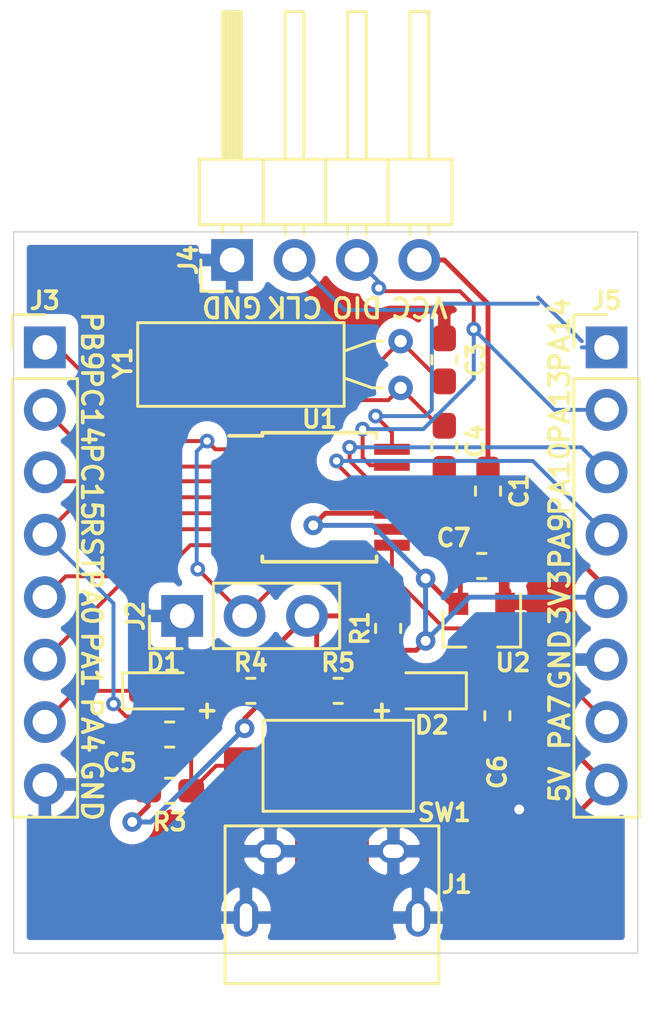
<source format=kicad_pcb>
(kicad_pcb (version 20171130) (host pcbnew 5.1.2)

  (general
    (thickness 1.6)
    (drawings 26)
    (tracks 171)
    (zones 0)
    (modules 21)
    (nets 18)
  )

  (page A4)
  (layers
    (0 F.Cu signal)
    (31 B.Cu signal)
    (32 B.Adhes user)
    (33 F.Adhes user)
    (34 B.Paste user)
    (35 F.Paste user)
    (36 B.SilkS user)
    (37 F.SilkS user)
    (38 B.Mask user)
    (39 F.Mask user)
    (40 Dwgs.User user)
    (41 Cmts.User user)
    (42 Eco1.User user)
    (43 Eco2.User user)
    (44 Edge.Cuts user)
    (45 Margin user)
    (46 B.CrtYd user)
    (47 F.CrtYd user)
    (48 B.Fab user)
    (49 F.Fab user)
  )

  (setup
    (last_trace_width 0.16)
    (trace_clearance 0.15)
    (zone_clearance 0.508)
    (zone_45_only no)
    (trace_min 0.13)
    (via_size 0.6)
    (via_drill 0.3)
    (via_min_size 0.4)
    (via_min_drill 0.3)
    (uvia_size 0.3)
    (uvia_drill 0.1)
    (uvias_allowed no)
    (uvia_min_size 0.2)
    (uvia_min_drill 0.1)
    (edge_width 0.05)
    (segment_width 0.2)
    (pcb_text_width 0.3)
    (pcb_text_size 1.5 1.5)
    (mod_edge_width 0.12)
    (mod_text_size 1 1)
    (mod_text_width 0.15)
    (pad_size 1.524 1.524)
    (pad_drill 0.762)
    (pad_to_mask_clearance 0.051)
    (solder_mask_min_width 0.25)
    (aux_axis_origin 142.24 90.678)
    (visible_elements FFFFFF7F)
    (pcbplotparams
      (layerselection 0x010fc_ffffffff)
      (usegerberextensions false)
      (usegerberattributes false)
      (usegerberadvancedattributes false)
      (creategerberjobfile false)
      (excludeedgelayer true)
      (linewidth 0.100000)
      (plotframeref false)
      (viasonmask false)
      (mode 1)
      (useauxorigin false)
      (hpglpennumber 1)
      (hpglpenspeed 20)
      (hpglpendiameter 15.000000)
      (psnegative false)
      (psa4output false)
      (plotreference true)
      (plotvalue true)
      (plotinvisibletext false)
      (padsonsilk false)
      (subtractmaskfromsilk false)
      (outputformat 1)
      (mirror false)
      (drillshape 1)
      (scaleselection 1)
      (outputdirectory ""))
  )

  (net 0 "")
  (net 1 VCC)
  (net 2 GND)
  (net 3 /OSC_IN)
  (net 4 /OSC_OUT)
  (net 5 /NRST)
  (net 6 VBUS)
  (net 7 "Net-(D1-Pad2)")
  (net 8 /PA4)
  (net 9 "Net-(D2-Pad2)")
  (net 10 /BOOT0)
  (net 11 /PA1)
  (net 12 /PA0)
  (net 13 /PA13)
  (net 14 /PA14)
  (net 15 /PA7)
  (net 16 /PA9)
  (net 17 /PA10)

  (net_class Default 这是默认网络类。
    (clearance 0.15)
    (trace_width 0.16)
    (via_dia 0.6)
    (via_drill 0.3)
    (uvia_dia 0.3)
    (uvia_drill 0.1)
    (add_net /BOOT0)
    (add_net /NRST)
    (add_net /OSC_IN)
    (add_net /OSC_OUT)
    (add_net /PA0)
    (add_net /PA1)
    (add_net /PA10)
    (add_net /PA13)
    (add_net /PA14)
    (add_net /PA4)
    (add_net /PA7)
    (add_net /PA9)
    (add_net "Net-(D1-Pad2)")
    (add_net "Net-(D2-Pad2)")
  )

  (net_class Power ""
    (clearance 0.18)
    (trace_width 0.2)
    (via_dia 0.8)
    (via_drill 0.4)
    (uvia_dia 0.3)
    (uvia_drill 0.1)
    (add_net GND)
    (add_net VBUS)
    (add_net VCC)
  )

  (module Crystal:Crystal_C38-LF_D3.0mm_L8.0mm_Horizontal (layer F.Cu) (tedit 5A0FD1B2) (tstamp 5D6BD118)
    (at 157.988 65.786 270)
    (descr "Crystal THT C38-LF 8.0mm length 3.0mm diameter")
    (tags ['C38-LF'])
    (path /5C597B7A)
    (fp_text reference Y1 (at 0.889 11.303 270) (layer F.SilkS)
      (effects (font (size 0.7 0.7) (thickness 0.15)))
    )
    (fp_text value 32768Hz (at 3.97 2.25) (layer F.Fab)
      (effects (font (size 0.7 0.7) (thickness 0.15)))
    )
    (fp_line (start 3.2 -0.8) (end -1.3 -0.8) (layer F.CrtYd) (width 0.05))
    (fp_line (start 3.2 11.3) (end 3.2 -0.8) (layer F.CrtYd) (width 0.05))
    (fp_line (start -1.3 11.3) (end 3.2 11.3) (layer F.CrtYd) (width 0.05))
    (fp_line (start -1.3 -0.8) (end -1.3 11.3) (layer F.CrtYd) (width 0.05))
    (fp_line (start 1.9 1.15) (end 1.9 0.7) (layer F.SilkS) (width 0.12))
    (fp_line (start 1.495 2.3) (end 1.9 1.15) (layer F.SilkS) (width 0.12))
    (fp_line (start 0 1.15) (end 0 0.7) (layer F.SilkS) (width 0.12))
    (fp_line (start 0.405 2.3) (end 0 1.15) (layer F.SilkS) (width 0.12))
    (fp_line (start 2.65 2.3) (end -0.75 2.3) (layer F.SilkS) (width 0.12))
    (fp_line (start 2.65 10.7) (end 2.65 2.3) (layer F.SilkS) (width 0.12))
    (fp_line (start -0.75 10.7) (end 2.65 10.7) (layer F.SilkS) (width 0.12))
    (fp_line (start -0.75 2.3) (end -0.75 10.7) (layer F.SilkS) (width 0.12))
    (fp_line (start 1.9 1.25) (end 1.9 0) (layer F.Fab) (width 0.1))
    (fp_line (start 1.495 2.5) (end 1.9 1.25) (layer F.Fab) (width 0.1))
    (fp_line (start 0 1.25) (end 0 0) (layer F.Fab) (width 0.1))
    (fp_line (start 0.405 2.5) (end 0 1.25) (layer F.Fab) (width 0.1))
    (fp_line (start 2.45 2.5) (end -0.55 2.5) (layer F.Fab) (width 0.1))
    (fp_line (start 2.45 10.5) (end 2.45 2.5) (layer F.Fab) (width 0.1))
    (fp_line (start -0.55 10.5) (end 2.45 10.5) (layer F.Fab) (width 0.1))
    (fp_line (start -0.55 2.5) (end -0.55 10.5) (layer F.Fab) (width 0.1))
    (fp_text user %R (at 1.25 6.5) (layer F.Fab)
      (effects (font (size 0.7 0.7) (thickness 0.105)))
    )
    (pad 2 thru_hole circle (at 1.9 0 270) (size 1 1) (drill 0.5) (layers *.Cu *.Mask)
      (net 4 /OSC_OUT))
    (pad 1 thru_hole circle (at 0 0 270) (size 1 1) (drill 0.5) (layers *.Cu *.Mask)
      (net 3 /OSC_IN))
    (model ${KISYS3DMOD}/Crystal.3dshapes/Crystal_C38-LF_D3.0mm_L8.0mm_Horizontal.wrl
      (at (xyz 0 0 0))
      (scale (xyz 1 1 1))
      (rotate (xyz 0 0 0))
    )
  )

  (module Package_TO_SOT_SMD:SOT-23 (layer F.Cu) (tedit 5A02FF57) (tstamp 5D6BD470)
    (at 161.29 77.47 270)
    (descr "SOT-23, Standard")
    (tags SOT-23)
    (path /5D701E59)
    (attr smd)
    (fp_text reference U2 (at 1.397 -1.27 180) (layer F.SilkS)
      (effects (font (size 0.7 0.7) (thickness 0.15)))
    )
    (fp_text value SC662K-3.3V (at 0 2.5 90) (layer F.Fab)
      (effects (font (size 0.7 0.7) (thickness 0.15)))
    )
    (fp_line (start 0.76 1.58) (end -0.7 1.58) (layer F.SilkS) (width 0.12))
    (fp_line (start 0.76 -1.58) (end -1.4 -1.58) (layer F.SilkS) (width 0.12))
    (fp_line (start -1.7 1.75) (end -1.7 -1.75) (layer F.CrtYd) (width 0.05))
    (fp_line (start 1.7 1.75) (end -1.7 1.75) (layer F.CrtYd) (width 0.05))
    (fp_line (start 1.7 -1.75) (end 1.7 1.75) (layer F.CrtYd) (width 0.05))
    (fp_line (start -1.7 -1.75) (end 1.7 -1.75) (layer F.CrtYd) (width 0.05))
    (fp_line (start 0.76 -1.58) (end 0.76 -0.65) (layer F.SilkS) (width 0.12))
    (fp_line (start 0.76 1.58) (end 0.76 0.65) (layer F.SilkS) (width 0.12))
    (fp_line (start -0.7 1.52) (end 0.7 1.52) (layer F.Fab) (width 0.1))
    (fp_line (start 0.7 -1.52) (end 0.7 1.52) (layer F.Fab) (width 0.1))
    (fp_line (start -0.7 -0.95) (end -0.15 -1.52) (layer F.Fab) (width 0.1))
    (fp_line (start -0.15 -1.52) (end 0.7 -1.52) (layer F.Fab) (width 0.1))
    (fp_line (start -0.7 -0.95) (end -0.7 1.5) (layer F.Fab) (width 0.1))
    (fp_text user %R (at 0 0) (layer F.Fab)
      (effects (font (size 0.7 0.7) (thickness 0.075)))
    )
    (pad 3 smd rect (at 1 0 270) (size 0.9 0.8) (layers F.Cu F.Paste F.Mask)
      (net 6 VBUS))
    (pad 2 smd rect (at -1 0.95 270) (size 0.9 0.8) (layers F.Cu F.Paste F.Mask)
      (net 1 VCC))
    (pad 1 smd rect (at -1 -0.95 270) (size 0.9 0.8) (layers F.Cu F.Paste F.Mask)
      (net 2 GND))
    (model ${KISYS3DMOD}/Package_TO_SOT_SMD.3dshapes/SOT-23.wrl
      (at (xyz 0 0 0))
      (scale (xyz 1 1 1))
      (rotate (xyz 0 0 0))
    )
  )

  (module Package_SO:TSSOP-14_4.4x5mm_P0.65mm (layer F.Cu) (tedit 5A02F25C) (tstamp 5D6BCF4F)
    (at 154.686 72.136)
    (descr "14-Lead Plastic Thin Shrink Small Outline (ST)-4.4 mm Body [TSSOP] (see Microchip Packaging Specification 00000049BS.pdf)")
    (tags "SSOP 0.65")
    (path /5D6BFD55)
    (attr smd)
    (fp_text reference U1 (at 0 -3.175) (layer F.SilkS)
      (effects (font (size 0.7 0.7) (thickness 0.15)))
    )
    (fp_text value STM32L011D4Px (at 0 3.55) (layer F.Fab)
      (effects (font (size 0.7 0.7) (thickness 0.15)))
    )
    (fp_text user %R (at 0 0) (layer F.Fab)
      (effects (font (size 0.7 0.7) (thickness 0.15)))
    )
    (fp_line (start -2.325 -2.5) (end -3.675 -2.5) (layer F.SilkS) (width 0.15))
    (fp_line (start -2.325 2.625) (end 2.325 2.625) (layer F.SilkS) (width 0.15))
    (fp_line (start -2.325 -2.625) (end 2.325 -2.625) (layer F.SilkS) (width 0.15))
    (fp_line (start -2.325 2.625) (end -2.325 2.4) (layer F.SilkS) (width 0.15))
    (fp_line (start 2.325 2.625) (end 2.325 2.4) (layer F.SilkS) (width 0.15))
    (fp_line (start 2.325 -2.625) (end 2.325 -2.4) (layer F.SilkS) (width 0.15))
    (fp_line (start -2.325 -2.625) (end -2.325 -2.5) (layer F.SilkS) (width 0.15))
    (fp_line (start -3.95 2.8) (end 3.95 2.8) (layer F.CrtYd) (width 0.05))
    (fp_line (start -3.95 -2.8) (end 3.95 -2.8) (layer F.CrtYd) (width 0.05))
    (fp_line (start 3.95 -2.8) (end 3.95 2.8) (layer F.CrtYd) (width 0.05))
    (fp_line (start -3.95 -2.8) (end -3.95 2.8) (layer F.CrtYd) (width 0.05))
    (fp_line (start -2.2 -1.5) (end -1.2 -2.5) (layer F.Fab) (width 0.15))
    (fp_line (start -2.2 2.5) (end -2.2 -1.5) (layer F.Fab) (width 0.15))
    (fp_line (start 2.2 2.5) (end -2.2 2.5) (layer F.Fab) (width 0.15))
    (fp_line (start 2.2 -2.5) (end 2.2 2.5) (layer F.Fab) (width 0.15))
    (fp_line (start -1.2 -2.5) (end 2.2 -2.5) (layer F.Fab) (width 0.15))
    (pad 14 smd rect (at 2.95 -1.95) (size 1.45 0.45) (layers F.Cu F.Paste F.Mask)
      (net 14 /PA14))
    (pad 13 smd rect (at 2.95 -1.3) (size 1.45 0.45) (layers F.Cu F.Paste F.Mask)
      (net 13 /PA13))
    (pad 12 smd rect (at 2.95 -0.65) (size 1.45 0.45) (layers F.Cu F.Paste F.Mask)
      (net 17 /PA10))
    (pad 11 smd rect (at 2.95 0) (size 1.45 0.45) (layers F.Cu F.Paste F.Mask)
      (net 16 /PA9))
    (pad 10 smd rect (at 2.95 0.65) (size 1.45 0.45) (layers F.Cu F.Paste F.Mask)
      (net 1 VCC))
    (pad 9 smd rect (at 2.95 1.3) (size 1.45 0.45) (layers F.Cu F.Paste F.Mask)
      (net 2 GND))
    (pad 8 smd rect (at 2.95 1.95) (size 1.45 0.45) (layers F.Cu F.Paste F.Mask)
      (net 15 /PA7))
    (pad 7 smd rect (at -2.95 1.95) (size 1.45 0.45) (layers F.Cu F.Paste F.Mask)
      (net 8 /PA4))
    (pad 6 smd rect (at -2.95 1.3) (size 1.45 0.45) (layers F.Cu F.Paste F.Mask)
      (net 11 /PA1))
    (pad 5 smd rect (at -2.95 0.65) (size 1.45 0.45) (layers F.Cu F.Paste F.Mask)
      (net 12 /PA0))
    (pad 4 smd rect (at -2.95 0) (size 1.45 0.45) (layers F.Cu F.Paste F.Mask)
      (net 5 /NRST))
    (pad 3 smd rect (at -2.95 -0.65) (size 1.45 0.45) (layers F.Cu F.Paste F.Mask)
      (net 4 /OSC_OUT))
    (pad 2 smd rect (at -2.95 -1.3) (size 1.45 0.45) (layers F.Cu F.Paste F.Mask)
      (net 3 /OSC_IN))
    (pad 1 smd rect (at -2.95 -1.95) (size 1.45 0.45) (layers F.Cu F.Paste F.Mask)
      (net 10 /BOOT0))
    (model ${KISYS3DMOD}/Package_SO.3dshapes/TSSOP-14_4.4x5mm_P0.65mm.wrl
      (at (xyz 0 0 0))
      (scale (xyz 1 1 1))
      (rotate (xyz 0 0 0))
    )
  )

  (module Button_Switch_SMD:SW_SPST_CK_RS282G05A3 (layer F.Cu) (tedit 5A7A67D2) (tstamp 5D6BD166)
    (at 155.448 83.058)
    (descr https://www.mouser.com/ds/2/60/RS-282G05A-SM_RT-1159762.pdf)
    (tags "SPST button tactile switch")
    (path /5C5B9F39)
    (attr smd)
    (fp_text reference SW1 (at 4.318 1.905) (layer F.SilkS)
      (effects (font (size 0.7 0.7) (thickness 0.15)))
    )
    (fp_text value SW_Push (at 0 3) (layer F.Fab)
      (effects (font (size 0.7 0.7) (thickness 0.15)))
    )
    (fp_line (start 3 -1.8) (end 3 1.8) (layer F.Fab) (width 0.1))
    (fp_line (start -3 -1.8) (end -3 1.8) (layer F.Fab) (width 0.1))
    (fp_line (start -3 -1.8) (end 3 -1.8) (layer F.Fab) (width 0.1))
    (fp_line (start -3 1.8) (end 3 1.8) (layer F.Fab) (width 0.1))
    (fp_line (start -1.5 -0.8) (end -1.5 0.8) (layer F.Fab) (width 0.1))
    (fp_line (start 1.5 -0.8) (end 1.5 0.8) (layer F.Fab) (width 0.1))
    (fp_line (start -1.5 -0.8) (end 1.5 -0.8) (layer F.Fab) (width 0.1))
    (fp_line (start -1.5 0.8) (end 1.5 0.8) (layer F.Fab) (width 0.1))
    (fp_line (start -3.06 1.85) (end -3.06 -1.85) (layer F.SilkS) (width 0.12))
    (fp_line (start 3.06 1.85) (end -3.06 1.85) (layer F.SilkS) (width 0.12))
    (fp_line (start 3.06 -1.85) (end 3.06 1.85) (layer F.SilkS) (width 0.12))
    (fp_line (start -3.06 -1.85) (end 3.06 -1.85) (layer F.SilkS) (width 0.12))
    (fp_line (start -1.75 1) (end -1.75 -1) (layer F.Fab) (width 0.1))
    (fp_line (start 1.75 1) (end -1.75 1) (layer F.Fab) (width 0.1))
    (fp_line (start 1.75 -1) (end 1.75 1) (layer F.Fab) (width 0.1))
    (fp_line (start -1.75 -1) (end 1.75 -1) (layer F.Fab) (width 0.1))
    (fp_text user %R (at 4.318 1.905) (layer F.Fab)
      (effects (font (size 0.7 0.7) (thickness 0.15)))
    )
    (fp_line (start -4.9 -2.05) (end 4.9 -2.05) (layer F.CrtYd) (width 0.05))
    (fp_line (start 4.9 -2.05) (end 4.9 2.05) (layer F.CrtYd) (width 0.05))
    (fp_line (start 4.9 2.05) (end -4.9 2.05) (layer F.CrtYd) (width 0.05))
    (fp_line (start -4.9 2.05) (end -4.9 -2.05) (layer F.CrtYd) (width 0.05))
    (pad 2 smd rect (at 3.9 0) (size 1.5 1.5) (layers F.Cu F.Paste F.Mask)
      (net 2 GND))
    (pad 1 smd rect (at -3.9 0) (size 1.5 1.5) (layers F.Cu F.Paste F.Mask)
      (net 5 /NRST))
    (model ${KISYS3DMOD}/Button_Switch_SMD.3dshapes/SW_SPST_CK_RS282G05A3.wrl
      (at (xyz 0 0 0))
      (scale (xyz 1 1 1))
      (rotate (xyz 0 0 0))
    )
  )

  (module Resistor_SMD:R_0603_1608Metric_Pad1.05x0.95mm_HandSolder (layer F.Cu) (tedit 5B301BBD) (tstamp 5D6BD210)
    (at 155.448 80.01)
    (descr "Resistor SMD 0603 (1608 Metric), square (rectangular) end terminal, IPC_7351 nominal with elongated pad for handsoldering. (Body size source: http://www.tortai-tech.com/upload/download/2011102023233369053.pdf), generated with kicad-footprint-generator")
    (tags "resistor handsolder")
    (path /5C5CBAA4)
    (attr smd)
    (fp_text reference R5 (at 0 -1.143) (layer F.SilkS)
      (effects (font (size 0.7 0.7) (thickness 0.15)))
    )
    (fp_text value 1.5kR (at 0 1.43) (layer F.Fab)
      (effects (font (size 0.7 0.7) (thickness 0.15)))
    )
    (fp_text user %R (at 0 0) (layer F.Fab)
      (effects (font (size 0.7 0.7) (thickness 0.06)))
    )
    (fp_line (start 1.65 0.73) (end -1.65 0.73) (layer F.CrtYd) (width 0.05))
    (fp_line (start 1.65 -0.73) (end 1.65 0.73) (layer F.CrtYd) (width 0.05))
    (fp_line (start -1.65 -0.73) (end 1.65 -0.73) (layer F.CrtYd) (width 0.05))
    (fp_line (start -1.65 0.73) (end -1.65 -0.73) (layer F.CrtYd) (width 0.05))
    (fp_line (start -0.171267 0.51) (end 0.171267 0.51) (layer F.SilkS) (width 0.12))
    (fp_line (start -0.171267 -0.51) (end 0.171267 -0.51) (layer F.SilkS) (width 0.12))
    (fp_line (start 0.8 0.4) (end -0.8 0.4) (layer F.Fab) (width 0.1))
    (fp_line (start 0.8 -0.4) (end 0.8 0.4) (layer F.Fab) (width 0.1))
    (fp_line (start -0.8 -0.4) (end 0.8 -0.4) (layer F.Fab) (width 0.1))
    (fp_line (start -0.8 0.4) (end -0.8 -0.4) (layer F.Fab) (width 0.1))
    (pad 2 smd roundrect (at 0.875 0) (size 1.05 0.95) (layers F.Cu F.Paste F.Mask) (roundrect_rratio 0.25)
      (net 9 "Net-(D2-Pad2)"))
    (pad 1 smd roundrect (at -0.875 0) (size 1.05 0.95) (layers F.Cu F.Paste F.Mask) (roundrect_rratio 0.25)
      (net 1 VCC))
    (model ${KISYS3DMOD}/Resistor_SMD.3dshapes/R_0603_1608Metric.wrl
      (at (xyz 0 0 0))
      (scale (xyz 1 1 1))
      (rotate (xyz 0 0 0))
    )
  )

  (module Resistor_SMD:R_0603_1608Metric_Pad1.05x0.95mm_HandSolder (layer F.Cu) (tedit 5B301BBD) (tstamp 5D6BD1E0)
    (at 151.892 80.01 180)
    (descr "Resistor SMD 0603 (1608 Metric), square (rectangular) end terminal, IPC_7351 nominal with elongated pad for handsoldering. (Body size source: http://www.tortai-tech.com/upload/download/2011102023233369053.pdf), generated with kicad-footprint-generator")
    (tags "resistor handsolder")
    (path /5C5C5C52)
    (attr smd)
    (fp_text reference R4 (at 0 1.143) (layer F.SilkS)
      (effects (font (size 0.7 0.7) (thickness 0.15)))
    )
    (fp_text value 1.5kR (at 0 1.43) (layer F.Fab)
      (effects (font (size 0.7 0.7) (thickness 0.15)))
    )
    (fp_text user %R (at 0 0) (layer F.Fab)
      (effects (font (size 0.7 0.7) (thickness 0.06)))
    )
    (fp_line (start 1.65 0.73) (end -1.65 0.73) (layer F.CrtYd) (width 0.05))
    (fp_line (start 1.65 -0.73) (end 1.65 0.73) (layer F.CrtYd) (width 0.05))
    (fp_line (start -1.65 -0.73) (end 1.65 -0.73) (layer F.CrtYd) (width 0.05))
    (fp_line (start -1.65 0.73) (end -1.65 -0.73) (layer F.CrtYd) (width 0.05))
    (fp_line (start -0.171267 0.51) (end 0.171267 0.51) (layer F.SilkS) (width 0.12))
    (fp_line (start -0.171267 -0.51) (end 0.171267 -0.51) (layer F.SilkS) (width 0.12))
    (fp_line (start 0.8 0.4) (end -0.8 0.4) (layer F.Fab) (width 0.1))
    (fp_line (start 0.8 -0.4) (end 0.8 0.4) (layer F.Fab) (width 0.1))
    (fp_line (start -0.8 -0.4) (end 0.8 -0.4) (layer F.Fab) (width 0.1))
    (fp_line (start -0.8 0.4) (end -0.8 -0.4) (layer F.Fab) (width 0.1))
    (pad 2 smd roundrect (at 0.875 0 180) (size 1.05 0.95) (layers F.Cu F.Paste F.Mask) (roundrect_rratio 0.25)
      (net 7 "Net-(D1-Pad2)"))
    (pad 1 smd roundrect (at -0.875 0 180) (size 1.05 0.95) (layers F.Cu F.Paste F.Mask) (roundrect_rratio 0.25)
      (net 1 VCC))
    (model ${KISYS3DMOD}/Resistor_SMD.3dshapes/R_0603_1608Metric.wrl
      (at (xyz 0 0 0))
      (scale (xyz 1 1 1))
      (rotate (xyz 0 0 0))
    )
  )

  (module Resistor_SMD:R_0603_1608Metric_Pad1.05x0.95mm_HandSolder (layer F.Cu) (tedit 5B301BBD) (tstamp 5D6BD240)
    (at 148.59 84.074)
    (descr "Resistor SMD 0603 (1608 Metric), square (rectangular) end terminal, IPC_7351 nominal with elongated pad for handsoldering. (Body size source: http://www.tortai-tech.com/upload/download/2011102023233369053.pdf), generated with kicad-footprint-generator")
    (tags "resistor handsolder")
    (path /5C5C0745)
    (attr smd)
    (fp_text reference R3 (at 0 1.27) (layer F.SilkS)
      (effects (font (size 0.7 0.7) (thickness 0.15)))
    )
    (fp_text value 10kR (at 0 1.43) (layer F.Fab)
      (effects (font (size 0.7 0.7) (thickness 0.15)))
    )
    (fp_text user %R (at 0 0) (layer F.Fab)
      (effects (font (size 0.7 0.7) (thickness 0.06)))
    )
    (fp_line (start 1.65 0.73) (end -1.65 0.73) (layer F.CrtYd) (width 0.05))
    (fp_line (start 1.65 -0.73) (end 1.65 0.73) (layer F.CrtYd) (width 0.05))
    (fp_line (start -1.65 -0.73) (end 1.65 -0.73) (layer F.CrtYd) (width 0.05))
    (fp_line (start -1.65 0.73) (end -1.65 -0.73) (layer F.CrtYd) (width 0.05))
    (fp_line (start -0.171267 0.51) (end 0.171267 0.51) (layer F.SilkS) (width 0.12))
    (fp_line (start -0.171267 -0.51) (end 0.171267 -0.51) (layer F.SilkS) (width 0.12))
    (fp_line (start 0.8 0.4) (end -0.8 0.4) (layer F.Fab) (width 0.1))
    (fp_line (start 0.8 -0.4) (end 0.8 0.4) (layer F.Fab) (width 0.1))
    (fp_line (start -0.8 -0.4) (end 0.8 -0.4) (layer F.Fab) (width 0.1))
    (fp_line (start -0.8 0.4) (end -0.8 -0.4) (layer F.Fab) (width 0.1))
    (pad 2 smd roundrect (at 0.875 0) (size 1.05 0.95) (layers F.Cu F.Paste F.Mask) (roundrect_rratio 0.25)
      (net 5 /NRST))
    (pad 1 smd roundrect (at -0.875 0) (size 1.05 0.95) (layers F.Cu F.Paste F.Mask) (roundrect_rratio 0.25)
      (net 1 VCC))
    (model ${KISYS3DMOD}/Resistor_SMD.3dshapes/R_0603_1608Metric.wrl
      (at (xyz 0 0 0))
      (scale (xyz 1 1 1))
      (rotate (xyz 0 0 0))
    )
  )

  (module Resistor_SMD:R_0603_1608Metric_Pad1.05x0.95mm_HandSolder (layer F.Cu) (tedit 5B301BBD) (tstamp 5D6BCE71)
    (at 157.48 77.47 270)
    (descr "Resistor SMD 0603 (1608 Metric), square (rectangular) end terminal, IPC_7351 nominal with elongated pad for handsoldering. (Body size source: http://www.tortai-tech.com/upload/download/2011102023233369053.pdf), generated with kicad-footprint-generator")
    (tags "resistor handsolder")
    (path /5C5D6D42)
    (attr smd)
    (fp_text reference R1 (at 0 1.143 90) (layer F.SilkS)
      (effects (font (size 0.7 0.7) (thickness 0.15)))
    )
    (fp_text value 10kR (at 0 1.43 90) (layer F.Fab)
      (effects (font (size 0.7 0.7) (thickness 0.15)))
    )
    (fp_text user %R (at 0 0 90) (layer F.Fab)
      (effects (font (size 0.7 0.7) (thickness 0.06)))
    )
    (fp_line (start 1.65 0.73) (end -1.65 0.73) (layer F.CrtYd) (width 0.05))
    (fp_line (start 1.65 -0.73) (end 1.65 0.73) (layer F.CrtYd) (width 0.05))
    (fp_line (start -1.65 -0.73) (end 1.65 -0.73) (layer F.CrtYd) (width 0.05))
    (fp_line (start -1.65 0.73) (end -1.65 -0.73) (layer F.CrtYd) (width 0.05))
    (fp_line (start -0.171267 0.51) (end 0.171267 0.51) (layer F.SilkS) (width 0.12))
    (fp_line (start -0.171267 -0.51) (end 0.171267 -0.51) (layer F.SilkS) (width 0.12))
    (fp_line (start 0.8 0.4) (end -0.8 0.4) (layer F.Fab) (width 0.1))
    (fp_line (start 0.8 -0.4) (end 0.8 0.4) (layer F.Fab) (width 0.1))
    (fp_line (start -0.8 -0.4) (end 0.8 -0.4) (layer F.Fab) (width 0.1))
    (fp_line (start -0.8 0.4) (end -0.8 -0.4) (layer F.Fab) (width 0.1))
    (pad 2 smd roundrect (at 0.875 0 270) (size 1.05 0.95) (layers F.Cu F.Paste F.Mask) (roundrect_rratio 0.25)
      (net 1 VCC))
    (pad 1 smd roundrect (at -0.875 0 270) (size 1.05 0.95) (layers F.Cu F.Paste F.Mask) (roundrect_rratio 0.25)
      (net 10 /BOOT0))
    (model ${KISYS3DMOD}/Resistor_SMD.3dshapes/R_0603_1608Metric.wrl
      (at (xyz 0 0 0))
      (scale (xyz 1 1 1))
      (rotate (xyz 0 0 0))
    )
  )

  (module Connector_PinHeader_2.54mm:PinHeader_1x08_P2.54mm_Vertical (layer F.Cu) (tedit 59FED5CC) (tstamp 5D6BD3D9)
    (at 166.37 66.04)
    (descr "Through hole straight pin header, 1x08, 2.54mm pitch, single row")
    (tags "Through hole pin header THT 1x08 2.54mm single row")
    (path /5C5CDD26)
    (fp_text reference J5 (at 0 -1.905) (layer F.SilkS)
      (effects (font (size 0.7 0.7) (thickness 0.15)))
    )
    (fp_text value RIGHT (at 0 20.11) (layer F.Fab)
      (effects (font (size 0.7 0.7) (thickness 0.15)))
    )
    (fp_text user %R (at 0 8.89 90) (layer F.Fab)
      (effects (font (size 0.7 0.7) (thickness 0.15)))
    )
    (fp_line (start 1.8 -1.8) (end -1.8 -1.8) (layer F.CrtYd) (width 0.05))
    (fp_line (start 1.8 19.55) (end 1.8 -1.8) (layer F.CrtYd) (width 0.05))
    (fp_line (start -1.8 19.55) (end 1.8 19.55) (layer F.CrtYd) (width 0.05))
    (fp_line (start -1.8 -1.8) (end -1.8 19.55) (layer F.CrtYd) (width 0.05))
    (fp_line (start -1.33 -1.33) (end 0 -1.33) (layer F.SilkS) (width 0.12))
    (fp_line (start -1.33 0) (end -1.33 -1.33) (layer F.SilkS) (width 0.12))
    (fp_line (start -1.33 1.27) (end 1.33 1.27) (layer F.SilkS) (width 0.12))
    (fp_line (start 1.33 1.27) (end 1.33 19.11) (layer F.SilkS) (width 0.12))
    (fp_line (start -1.33 1.27) (end -1.33 19.11) (layer F.SilkS) (width 0.12))
    (fp_line (start -1.33 19.11) (end 1.33 19.11) (layer F.SilkS) (width 0.12))
    (fp_line (start -1.27 -0.635) (end -0.635 -1.27) (layer F.Fab) (width 0.1))
    (fp_line (start -1.27 19.05) (end -1.27 -0.635) (layer F.Fab) (width 0.1))
    (fp_line (start 1.27 19.05) (end -1.27 19.05) (layer F.Fab) (width 0.1))
    (fp_line (start 1.27 -1.27) (end 1.27 19.05) (layer F.Fab) (width 0.1))
    (fp_line (start -0.635 -1.27) (end 1.27 -1.27) (layer F.Fab) (width 0.1))
    (pad 8 thru_hole oval (at 0 17.78) (size 1.7 1.7) (drill 1) (layers *.Cu *.Mask)
      (net 6 VBUS))
    (pad 7 thru_hole oval (at 0 15.24) (size 1.7 1.7) (drill 1) (layers *.Cu *.Mask)
      (net 15 /PA7))
    (pad 6 thru_hole oval (at 0 12.7) (size 1.7 1.7) (drill 1) (layers *.Cu *.Mask)
      (net 2 GND))
    (pad 5 thru_hole oval (at 0 10.16) (size 1.7 1.7) (drill 1) (layers *.Cu *.Mask)
      (net 1 VCC))
    (pad 4 thru_hole oval (at 0 7.62) (size 1.7 1.7) (drill 1) (layers *.Cu *.Mask)
      (net 16 /PA9))
    (pad 3 thru_hole oval (at 0 5.08) (size 1.7 1.7) (drill 1) (layers *.Cu *.Mask)
      (net 17 /PA10))
    (pad 2 thru_hole oval (at 0 2.54) (size 1.7 1.7) (drill 1) (layers *.Cu *.Mask)
      (net 13 /PA13))
    (pad 1 thru_hole rect (at 0 0) (size 1.7 1.7) (drill 1) (layers *.Cu *.Mask)
      (net 14 /PA14))
    (model ${KISYS3DMOD}/Connector_PinHeader_2.54mm.3dshapes/PinHeader_1x08_P2.54mm_Vertical.wrl
      (at (xyz 0 0 0))
      (scale (xyz 1 1 1))
      (rotate (xyz 0 0 0))
    )
  )

  (module Connector_PinHeader_2.54mm:PinHeader_1x04_P2.54mm_Horizontal (layer F.Cu) (tedit 59FED5CB) (tstamp 5D6BD3BD)
    (at 151.13 62.484 90)
    (descr "Through hole angled pin header, 1x04, 2.54mm pitch, 6mm pin length, single row")
    (tags "Through hole angled pin header THT 1x04 2.54mm single row")
    (path /5C5DEB51)
    (fp_text reference J4 (at 0 -1.778 90) (layer F.SilkS)
      (effects (font (size 0.7 0.7) (thickness 0.15)))
    )
    (fp_text value SWD (at 4.385 9.89 90) (layer F.Fab)
      (effects (font (size 0.7 0.7) (thickness 0.15)))
    )
    (fp_text user %R (at 2.77 3.81) (layer F.Fab)
      (effects (font (size 0.7 0.7) (thickness 0.15)))
    )
    (fp_line (start 10.55 -1.8) (end -1.8 -1.8) (layer F.CrtYd) (width 0.05))
    (fp_line (start 10.55 9.4) (end 10.55 -1.8) (layer F.CrtYd) (width 0.05))
    (fp_line (start -1.8 9.4) (end 10.55 9.4) (layer F.CrtYd) (width 0.05))
    (fp_line (start -1.8 -1.8) (end -1.8 9.4) (layer F.CrtYd) (width 0.05))
    (fp_line (start -1.27 -1.27) (end 0 -1.27) (layer F.SilkS) (width 0.12))
    (fp_line (start -1.27 0) (end -1.27 -1.27) (layer F.SilkS) (width 0.12))
    (fp_line (start 1.042929 8) (end 1.44 8) (layer F.SilkS) (width 0.12))
    (fp_line (start 1.042929 7.24) (end 1.44 7.24) (layer F.SilkS) (width 0.12))
    (fp_line (start 10.1 8) (end 4.1 8) (layer F.SilkS) (width 0.12))
    (fp_line (start 10.1 7.24) (end 10.1 8) (layer F.SilkS) (width 0.12))
    (fp_line (start 4.1 7.24) (end 10.1 7.24) (layer F.SilkS) (width 0.12))
    (fp_line (start 1.44 6.35) (end 4.1 6.35) (layer F.SilkS) (width 0.12))
    (fp_line (start 1.042929 5.46) (end 1.44 5.46) (layer F.SilkS) (width 0.12))
    (fp_line (start 1.042929 4.7) (end 1.44 4.7) (layer F.SilkS) (width 0.12))
    (fp_line (start 10.1 5.46) (end 4.1 5.46) (layer F.SilkS) (width 0.12))
    (fp_line (start 10.1 4.7) (end 10.1 5.46) (layer F.SilkS) (width 0.12))
    (fp_line (start 4.1 4.7) (end 10.1 4.7) (layer F.SilkS) (width 0.12))
    (fp_line (start 1.44 3.81) (end 4.1 3.81) (layer F.SilkS) (width 0.12))
    (fp_line (start 1.042929 2.92) (end 1.44 2.92) (layer F.SilkS) (width 0.12))
    (fp_line (start 1.042929 2.16) (end 1.44 2.16) (layer F.SilkS) (width 0.12))
    (fp_line (start 10.1 2.92) (end 4.1 2.92) (layer F.SilkS) (width 0.12))
    (fp_line (start 10.1 2.16) (end 10.1 2.92) (layer F.SilkS) (width 0.12))
    (fp_line (start 4.1 2.16) (end 10.1 2.16) (layer F.SilkS) (width 0.12))
    (fp_line (start 1.44 1.27) (end 4.1 1.27) (layer F.SilkS) (width 0.12))
    (fp_line (start 1.11 0.38) (end 1.44 0.38) (layer F.SilkS) (width 0.12))
    (fp_line (start 1.11 -0.38) (end 1.44 -0.38) (layer F.SilkS) (width 0.12))
    (fp_line (start 4.1 0.28) (end 10.1 0.28) (layer F.SilkS) (width 0.12))
    (fp_line (start 4.1 0.16) (end 10.1 0.16) (layer F.SilkS) (width 0.12))
    (fp_line (start 4.1 0.04) (end 10.1 0.04) (layer F.SilkS) (width 0.12))
    (fp_line (start 4.1 -0.08) (end 10.1 -0.08) (layer F.SilkS) (width 0.12))
    (fp_line (start 4.1 -0.2) (end 10.1 -0.2) (layer F.SilkS) (width 0.12))
    (fp_line (start 4.1 -0.32) (end 10.1 -0.32) (layer F.SilkS) (width 0.12))
    (fp_line (start 10.1 0.38) (end 4.1 0.38) (layer F.SilkS) (width 0.12))
    (fp_line (start 10.1 -0.38) (end 10.1 0.38) (layer F.SilkS) (width 0.12))
    (fp_line (start 4.1 -0.38) (end 10.1 -0.38) (layer F.SilkS) (width 0.12))
    (fp_line (start 4.1 -1.33) (end 1.44 -1.33) (layer F.SilkS) (width 0.12))
    (fp_line (start 4.1 8.95) (end 4.1 -1.33) (layer F.SilkS) (width 0.12))
    (fp_line (start 1.44 8.95) (end 4.1 8.95) (layer F.SilkS) (width 0.12))
    (fp_line (start 1.44 -1.33) (end 1.44 8.95) (layer F.SilkS) (width 0.12))
    (fp_line (start 4.04 7.94) (end 10.04 7.94) (layer F.Fab) (width 0.1))
    (fp_line (start 10.04 7.3) (end 10.04 7.94) (layer F.Fab) (width 0.1))
    (fp_line (start 4.04 7.3) (end 10.04 7.3) (layer F.Fab) (width 0.1))
    (fp_line (start -0.32 7.94) (end 1.5 7.94) (layer F.Fab) (width 0.1))
    (fp_line (start -0.32 7.3) (end -0.32 7.94) (layer F.Fab) (width 0.1))
    (fp_line (start -0.32 7.3) (end 1.5 7.3) (layer F.Fab) (width 0.1))
    (fp_line (start 4.04 5.4) (end 10.04 5.4) (layer F.Fab) (width 0.1))
    (fp_line (start 10.04 4.76) (end 10.04 5.4) (layer F.Fab) (width 0.1))
    (fp_line (start 4.04 4.76) (end 10.04 4.76) (layer F.Fab) (width 0.1))
    (fp_line (start -0.32 5.4) (end 1.5 5.4) (layer F.Fab) (width 0.1))
    (fp_line (start -0.32 4.76) (end -0.32 5.4) (layer F.Fab) (width 0.1))
    (fp_line (start -0.32 4.76) (end 1.5 4.76) (layer F.Fab) (width 0.1))
    (fp_line (start 4.04 2.86) (end 10.04 2.86) (layer F.Fab) (width 0.1))
    (fp_line (start 10.04 2.22) (end 10.04 2.86) (layer F.Fab) (width 0.1))
    (fp_line (start 4.04 2.22) (end 10.04 2.22) (layer F.Fab) (width 0.1))
    (fp_line (start -0.32 2.86) (end 1.5 2.86) (layer F.Fab) (width 0.1))
    (fp_line (start -0.32 2.22) (end -0.32 2.86) (layer F.Fab) (width 0.1))
    (fp_line (start -0.32 2.22) (end 1.5 2.22) (layer F.Fab) (width 0.1))
    (fp_line (start 4.04 0.32) (end 10.04 0.32) (layer F.Fab) (width 0.1))
    (fp_line (start 10.04 -0.32) (end 10.04 0.32) (layer F.Fab) (width 0.1))
    (fp_line (start 4.04 -0.32) (end 10.04 -0.32) (layer F.Fab) (width 0.1))
    (fp_line (start -0.32 0.32) (end 1.5 0.32) (layer F.Fab) (width 0.1))
    (fp_line (start -0.32 -0.32) (end -0.32 0.32) (layer F.Fab) (width 0.1))
    (fp_line (start -0.32 -0.32) (end 1.5 -0.32) (layer F.Fab) (width 0.1))
    (fp_line (start 1.5 -0.635) (end 2.135 -1.27) (layer F.Fab) (width 0.1))
    (fp_line (start 1.5 8.89) (end 1.5 -0.635) (layer F.Fab) (width 0.1))
    (fp_line (start 4.04 8.89) (end 1.5 8.89) (layer F.Fab) (width 0.1))
    (fp_line (start 4.04 -1.27) (end 4.04 8.89) (layer F.Fab) (width 0.1))
    (fp_line (start 2.135 -1.27) (end 4.04 -1.27) (layer F.Fab) (width 0.1))
    (pad 4 thru_hole oval (at 0 7.62 90) (size 1.7 1.7) (drill 1) (layers *.Cu *.Mask)
      (net 1 VCC))
    (pad 3 thru_hole oval (at 0 5.08 90) (size 1.7 1.7) (drill 1) (layers *.Cu *.Mask)
      (net 13 /PA13))
    (pad 2 thru_hole oval (at 0 2.54 90) (size 1.7 1.7) (drill 1) (layers *.Cu *.Mask)
      (net 14 /PA14))
    (pad 1 thru_hole rect (at 0 0 90) (size 1.7 1.7) (drill 1) (layers *.Cu *.Mask)
      (net 2 GND))
    (model ${KISYS3DMOD}/Connector_PinHeader_2.54mm.3dshapes/PinHeader_1x04_P2.54mm_Horizontal.wrl
      (at (xyz 0 0 0))
      (scale (xyz 1 1 1))
      (rotate (xyz 0 0 0))
    )
  )

  (module Connector_PinHeader_2.54mm:PinHeader_1x08_P2.54mm_Vertical (layer F.Cu) (tedit 59FED5CC) (tstamp 5D6BD370)
    (at 143.51 66.04)
    (descr "Through hole straight pin header, 1x08, 2.54mm pitch, single row")
    (tags "Through hole pin header THT 1x08 2.54mm single row")
    (path /5C59E8CA)
    (fp_text reference J3 (at 0 -1.905) (layer F.SilkS)
      (effects (font (size 0.7 0.7) (thickness 0.15)))
    )
    (fp_text value LEFT (at 0 20.11) (layer F.Fab)
      (effects (font (size 0.7 0.7) (thickness 0.15)))
    )
    (fp_text user %R (at 0 8.89 90) (layer F.Fab)
      (effects (font (size 0.7 0.7) (thickness 0.15)))
    )
    (fp_line (start 1.8 -1.8) (end -1.8 -1.8) (layer F.CrtYd) (width 0.05))
    (fp_line (start 1.8 19.55) (end 1.8 -1.8) (layer F.CrtYd) (width 0.05))
    (fp_line (start -1.8 19.55) (end 1.8 19.55) (layer F.CrtYd) (width 0.05))
    (fp_line (start -1.8 -1.8) (end -1.8 19.55) (layer F.CrtYd) (width 0.05))
    (fp_line (start -1.33 -1.33) (end 0 -1.33) (layer F.SilkS) (width 0.12))
    (fp_line (start -1.33 0) (end -1.33 -1.33) (layer F.SilkS) (width 0.12))
    (fp_line (start -1.33 1.27) (end 1.33 1.27) (layer F.SilkS) (width 0.12))
    (fp_line (start 1.33 1.27) (end 1.33 19.11) (layer F.SilkS) (width 0.12))
    (fp_line (start -1.33 1.27) (end -1.33 19.11) (layer F.SilkS) (width 0.12))
    (fp_line (start -1.33 19.11) (end 1.33 19.11) (layer F.SilkS) (width 0.12))
    (fp_line (start -1.27 -0.635) (end -0.635 -1.27) (layer F.Fab) (width 0.1))
    (fp_line (start -1.27 19.05) (end -1.27 -0.635) (layer F.Fab) (width 0.1))
    (fp_line (start 1.27 19.05) (end -1.27 19.05) (layer F.Fab) (width 0.1))
    (fp_line (start 1.27 -1.27) (end 1.27 19.05) (layer F.Fab) (width 0.1))
    (fp_line (start -0.635 -1.27) (end 1.27 -1.27) (layer F.Fab) (width 0.1))
    (pad 8 thru_hole oval (at 0 17.78) (size 1.7 1.7) (drill 1) (layers *.Cu *.Mask)
      (net 2 GND))
    (pad 7 thru_hole oval (at 0 15.24) (size 1.7 1.7) (drill 1) (layers *.Cu *.Mask)
      (net 8 /PA4))
    (pad 6 thru_hole oval (at 0 12.7) (size 1.7 1.7) (drill 1) (layers *.Cu *.Mask)
      (net 11 /PA1))
    (pad 5 thru_hole oval (at 0 10.16) (size 1.7 1.7) (drill 1) (layers *.Cu *.Mask)
      (net 12 /PA0))
    (pad 4 thru_hole oval (at 0 7.62) (size 1.7 1.7) (drill 1) (layers *.Cu *.Mask)
      (net 5 /NRST))
    (pad 3 thru_hole oval (at 0 5.08) (size 1.7 1.7) (drill 1) (layers *.Cu *.Mask)
      (net 4 /OSC_OUT))
    (pad 2 thru_hole oval (at 0 2.54) (size 1.7 1.7) (drill 1) (layers *.Cu *.Mask)
      (net 3 /OSC_IN))
    (pad 1 thru_hole rect (at 0 0) (size 1.7 1.7) (drill 1) (layers *.Cu *.Mask)
      (net 10 /BOOT0))
    (model ${KISYS3DMOD}/Connector_PinHeader_2.54mm.3dshapes/PinHeader_1x08_P2.54mm_Vertical.wrl
      (at (xyz 0 0 0))
      (scale (xyz 1 1 1))
      (rotate (xyz 0 0 0))
    )
  )

  (module Connector_PinHeader_2.54mm:PinHeader_1x03_P2.54mm_Vertical (layer F.Cu) (tedit 59FED5CC) (tstamp 5D6BCFC4)
    (at 149.098 76.962 90)
    (descr "Through hole straight pin header, 1x03, 2.54mm pitch, single row")
    (tags "Through hole pin header THT 1x03 2.54mm single row")
    (path /5C5CFE17)
    (fp_text reference J2 (at 0 -1.905 90) (layer F.SilkS)
      (effects (font (size 0.7 0.7) (thickness 0.15)))
    )
    (fp_text value BOOT0 (at 0 7.41 90) (layer F.Fab)
      (effects (font (size 0.7 0.7) (thickness 0.15)))
    )
    (fp_text user %R (at 0 2.54) (layer F.Fab)
      (effects (font (size 0.7 0.7) (thickness 0.15)))
    )
    (fp_line (start 1.8 -1.8) (end -1.8 -1.8) (layer F.CrtYd) (width 0.05))
    (fp_line (start 1.8 6.85) (end 1.8 -1.8) (layer F.CrtYd) (width 0.05))
    (fp_line (start -1.8 6.85) (end 1.8 6.85) (layer F.CrtYd) (width 0.05))
    (fp_line (start -1.8 -1.8) (end -1.8 6.85) (layer F.CrtYd) (width 0.05))
    (fp_line (start -1.33 -1.33) (end 0 -1.33) (layer F.SilkS) (width 0.12))
    (fp_line (start -1.33 0) (end -1.33 -1.33) (layer F.SilkS) (width 0.12))
    (fp_line (start -1.33 1.27) (end 1.33 1.27) (layer F.SilkS) (width 0.12))
    (fp_line (start 1.33 1.27) (end 1.33 6.41) (layer F.SilkS) (width 0.12))
    (fp_line (start -1.33 1.27) (end -1.33 6.41) (layer F.SilkS) (width 0.12))
    (fp_line (start -1.33 6.41) (end 1.33 6.41) (layer F.SilkS) (width 0.12))
    (fp_line (start -1.27 -0.635) (end -0.635 -1.27) (layer F.Fab) (width 0.1))
    (fp_line (start -1.27 6.35) (end -1.27 -0.635) (layer F.Fab) (width 0.1))
    (fp_line (start 1.27 6.35) (end -1.27 6.35) (layer F.Fab) (width 0.1))
    (fp_line (start 1.27 -1.27) (end 1.27 6.35) (layer F.Fab) (width 0.1))
    (fp_line (start -0.635 -1.27) (end 1.27 -1.27) (layer F.Fab) (width 0.1))
    (pad 3 thru_hole oval (at 0 5.08 90) (size 1.7 1.7) (drill 1) (layers *.Cu *.Mask)
      (net 1 VCC))
    (pad 2 thru_hole oval (at 0 2.54 90) (size 1.7 1.7) (drill 1) (layers *.Cu *.Mask)
      (net 10 /BOOT0))
    (pad 1 thru_hole rect (at 0 0 90) (size 1.7 1.7) (drill 1) (layers *.Cu *.Mask)
      (net 2 GND))
    (model ${KISYS3DMOD}/Connector_PinHeader_2.54mm.3dshapes/PinHeader_1x03_P2.54mm_Vertical.wrl
      (at (xyz 0 0 0))
      (scale (xyz 1 1 1))
      (rotate (xyz 0 0 0))
    )
  )

  (module Icenowy_Connectors:USB_Micro-B_Connector (layer F.Cu) (tedit 5543E447) (tstamp 5D6BDE92)
    (at 155.194 87.884)
    (descr "Micro USB Type B Receptacle")
    (tags "USB USB_B USB_micro USB_OTG")
    (path /5CEF10D1)
    (attr smd)
    (fp_text reference J1 (at 5.08 0) (layer F.SilkS)
      (effects (font (size 0.7 0.7) (thickness 0.15)))
    )
    (fp_text value USB_B_Micro (at 0 5.01) (layer F.Fab)
      (effects (font (size 0.7 0.7) (thickness 0.15)))
    )
    (fp_line (start -4.35 4.03) (end -4.35 -2.38) (layer F.SilkS) (width 0.12))
    (fp_line (start 4.35 2.8) (end -4.35 2.8) (layer F.SilkS) (width 0.12))
    (fp_line (start 4.35 -2.38) (end 4.35 4.03) (layer F.SilkS) (width 0.12))
    (fp_line (start -4.35 -2.38) (end 4.35 -2.38) (layer F.SilkS) (width 0.12))
    (fp_line (start -4.35 4.03) (end 4.35 4.03) (layer F.SilkS) (width 0.12))
    (fp_line (start -4.6 4.26) (end -4.6 -2.59) (layer F.CrtYd) (width 0.05))
    (fp_line (start 4.6 4.26) (end -4.6 4.26) (layer F.CrtYd) (width 0.05))
    (fp_line (start 4.6 -2.59) (end 4.6 4.26) (layer F.CrtYd) (width 0.05))
    (fp_line (start -4.6 -2.59) (end 4.6 -2.59) (layer F.CrtYd) (width 0.05))
    (pad 6 thru_hole oval (at 3.5 1.35 90) (size 1.55 1) (drill oval 1.15 0.5) (layers *.Cu *.Mask)
      (net 2 GND))
    (pad 6 thru_hole oval (at -3.5 1.35 90) (size 1.55 1) (drill oval 1.15 0.5) (layers *.Cu *.Mask)
      (net 2 GND))
    (pad 6 thru_hole oval (at 2.5 -1.35 90) (size 0.95 1.25) (drill oval 0.55 0.85) (layers *.Cu *.Mask)
      (net 2 GND))
    (pad 6 thru_hole oval (at -2.5 -1.35 90) (size 0.95 1.25) (drill oval 0.55 0.85) (layers *.Cu *.Mask)
      (net 2 GND))
    (pad 5 smd rect (at 1.3 -1.35 90) (size 1.35 0.4) (layers F.Cu F.Paste F.Mask)
      (net 2 GND))
    (pad 4 smd rect (at 0.65 -1.35 90) (size 1.35 0.4) (layers F.Cu F.Paste F.Mask)
      (net 2 GND))
    (pad 3 smd rect (at 0 -1.35 90) (size 1.35 0.4) (layers F.Cu F.Paste F.Mask))
    (pad 2 smd rect (at -0.65 -1.35 90) (size 1.35 0.4) (layers F.Cu F.Paste F.Mask))
    (pad 1 smd rect (at -1.3 -1.35 90) (size 1.35 0.4) (layers F.Cu F.Paste F.Mask)
      (net 6 VBUS))
  )

  (module LED_SMD:LED_0603_1608Metric_Pad1.05x0.95mm_HandSolder (layer F.Cu) (tedit 5B4B45C9) (tstamp 5D6BD1AC)
    (at 159.004 80.01 180)
    (descr "LED SMD 0603 (1608 Metric), square (rectangular) end terminal, IPC_7351 nominal, (Body size source: http://www.tortai-tech.com/upload/download/2011102023233369053.pdf), generated with kicad-footprint-generator")
    (tags "LED handsolder")
    (path /5C5CBAAB)
    (attr smd)
    (fp_text reference D2 (at -0.254 -1.397) (layer F.SilkS)
      (effects (font (size 0.7 0.7) (thickness 0.15)))
    )
    (fp_text value RED (at 0 1.43) (layer F.Fab)
      (effects (font (size 0.7 0.7) (thickness 0.15)))
    )
    (fp_text user %R (at 0 0) (layer F.Fab)
      (effects (font (size 0.7 0.7) (thickness 0.06)))
    )
    (fp_line (start 1.65 0.73) (end -1.65 0.73) (layer F.CrtYd) (width 0.05))
    (fp_line (start 1.65 -0.73) (end 1.65 0.73) (layer F.CrtYd) (width 0.05))
    (fp_line (start -1.65 -0.73) (end 1.65 -0.73) (layer F.CrtYd) (width 0.05))
    (fp_line (start -1.65 0.73) (end -1.65 -0.73) (layer F.CrtYd) (width 0.05))
    (fp_line (start -1.66 0.735) (end 0.8 0.735) (layer F.SilkS) (width 0.12))
    (fp_line (start -1.66 -0.735) (end -1.66 0.735) (layer F.SilkS) (width 0.12))
    (fp_line (start 0.8 -0.735) (end -1.66 -0.735) (layer F.SilkS) (width 0.12))
    (fp_line (start 0.8 0.4) (end 0.8 -0.4) (layer F.Fab) (width 0.1))
    (fp_line (start -0.8 0.4) (end 0.8 0.4) (layer F.Fab) (width 0.1))
    (fp_line (start -0.8 -0.1) (end -0.8 0.4) (layer F.Fab) (width 0.1))
    (fp_line (start -0.5 -0.4) (end -0.8 -0.1) (layer F.Fab) (width 0.1))
    (fp_line (start 0.8 -0.4) (end -0.5 -0.4) (layer F.Fab) (width 0.1))
    (pad 2 smd roundrect (at 0.875 0 180) (size 1.05 0.95) (layers F.Cu F.Paste F.Mask) (roundrect_rratio 0.25)
      (net 9 "Net-(D2-Pad2)"))
    (pad 1 smd roundrect (at -0.875 0 180) (size 1.05 0.95) (layers F.Cu F.Paste F.Mask) (roundrect_rratio 0.25)
      (net 2 GND))
    (model ${KISYS3DMOD}/LED_SMD.3dshapes/LED_0603_1608Metric.wrl
      (at (xyz 0 0 0))
      (scale (xyz 1 1 1))
      (rotate (xyz 0 0 0))
    )
  )

  (module LED_SMD:LED_0603_1608Metric_Pad1.05x0.95mm_HandSolder (layer F.Cu) (tedit 5B4B45C9) (tstamp 5D6BCF09)
    (at 148.336 80.01)
    (descr "LED SMD 0603 (1608 Metric), square (rectangular) end terminal, IPC_7351 nominal, (Body size source: http://www.tortai-tech.com/upload/download/2011102023233369053.pdf), generated with kicad-footprint-generator")
    (tags "LED handsolder")
    (path /5C5C5D7E)
    (attr smd)
    (fp_text reference D1 (at 0 -1.143) (layer F.SilkS)
      (effects (font (size 0.7 0.7) (thickness 0.15)))
    )
    (fp_text value GREEN (at 0 1.43) (layer F.Fab)
      (effects (font (size 0.7 0.7) (thickness 0.15)))
    )
    (fp_text user %R (at 0 0) (layer F.Fab)
      (effects (font (size 0.7 0.7) (thickness 0.06)))
    )
    (fp_line (start 1.65 0.73) (end -1.65 0.73) (layer F.CrtYd) (width 0.05))
    (fp_line (start 1.65 -0.73) (end 1.65 0.73) (layer F.CrtYd) (width 0.05))
    (fp_line (start -1.65 -0.73) (end 1.65 -0.73) (layer F.CrtYd) (width 0.05))
    (fp_line (start -1.65 0.73) (end -1.65 -0.73) (layer F.CrtYd) (width 0.05))
    (fp_line (start -1.66 0.735) (end 0.8 0.735) (layer F.SilkS) (width 0.12))
    (fp_line (start -1.66 -0.735) (end -1.66 0.735) (layer F.SilkS) (width 0.12))
    (fp_line (start 0.8 -0.735) (end -1.66 -0.735) (layer F.SilkS) (width 0.12))
    (fp_line (start 0.8 0.4) (end 0.8 -0.4) (layer F.Fab) (width 0.1))
    (fp_line (start -0.8 0.4) (end 0.8 0.4) (layer F.Fab) (width 0.1))
    (fp_line (start -0.8 -0.1) (end -0.8 0.4) (layer F.Fab) (width 0.1))
    (fp_line (start -0.5 -0.4) (end -0.8 -0.1) (layer F.Fab) (width 0.1))
    (fp_line (start 0.8 -0.4) (end -0.5 -0.4) (layer F.Fab) (width 0.1))
    (pad 2 smd roundrect (at 0.875 0) (size 1.05 0.95) (layers F.Cu F.Paste F.Mask) (roundrect_rratio 0.25)
      (net 7 "Net-(D1-Pad2)"))
    (pad 1 smd roundrect (at -0.875 0) (size 1.05 0.95) (layers F.Cu F.Paste F.Mask) (roundrect_rratio 0.25)
      (net 8 /PA4))
    (model ${KISYS3DMOD}/LED_SMD.3dshapes/LED_0603_1608Metric.wrl
      (at (xyz 0 0 0))
      (scale (xyz 1 1 1))
      (rotate (xyz 0 0 0))
    )
  )

  (module Capacitor_SMD:C_0603_1608Metric_Pad1.05x0.95mm_HandSolder (layer F.Cu) (tedit 5B301BBE) (tstamp 5D6BCE41)
    (at 161.29 74.93)
    (descr "Capacitor SMD 0603 (1608 Metric), square (rectangular) end terminal, IPC_7351 nominal with elongated pad for handsoldering. (Body size source: http://www.tortai-tech.com/upload/download/2011102023233369053.pdf), generated with kicad-footprint-generator")
    (tags "capacitor handsolder")
    (path /5C5A3816)
    (attr smd)
    (fp_text reference C7 (at -1.143 -1.143) (layer F.SilkS)
      (effects (font (size 0.7 0.7) (thickness 0.15)))
    )
    (fp_text value 0.1uF (at 0 1.43) (layer F.Fab)
      (effects (font (size 0.7 0.7) (thickness 0.15)))
    )
    (fp_text user %R (at 0 0) (layer F.Fab)
      (effects (font (size 0.7 0.7) (thickness 0.06)))
    )
    (fp_line (start 1.65 0.73) (end -1.65 0.73) (layer F.CrtYd) (width 0.05))
    (fp_line (start 1.65 -0.73) (end 1.65 0.73) (layer F.CrtYd) (width 0.05))
    (fp_line (start -1.65 -0.73) (end 1.65 -0.73) (layer F.CrtYd) (width 0.05))
    (fp_line (start -1.65 0.73) (end -1.65 -0.73) (layer F.CrtYd) (width 0.05))
    (fp_line (start -0.171267 0.51) (end 0.171267 0.51) (layer F.SilkS) (width 0.12))
    (fp_line (start -0.171267 -0.51) (end 0.171267 -0.51) (layer F.SilkS) (width 0.12))
    (fp_line (start 0.8 0.4) (end -0.8 0.4) (layer F.Fab) (width 0.1))
    (fp_line (start 0.8 -0.4) (end 0.8 0.4) (layer F.Fab) (width 0.1))
    (fp_line (start -0.8 -0.4) (end 0.8 -0.4) (layer F.Fab) (width 0.1))
    (fp_line (start -0.8 0.4) (end -0.8 -0.4) (layer F.Fab) (width 0.1))
    (pad 2 smd roundrect (at 0.875 0) (size 1.05 0.95) (layers F.Cu F.Paste F.Mask) (roundrect_rratio 0.25)
      (net 2 GND))
    (pad 1 smd roundrect (at -0.875 0) (size 1.05 0.95) (layers F.Cu F.Paste F.Mask) (roundrect_rratio 0.25)
      (net 1 VCC))
    (model ${KISYS3DMOD}/Capacitor_SMD.3dshapes/C_0603_1608Metric.wrl
      (at (xyz 0 0 0))
      (scale (xyz 1 1 1))
      (rotate (xyz 0 0 0))
    )
  )

  (module Capacitor_SMD:C_0603_1608Metric_Pad1.05x0.95mm_HandSolder (layer F.Cu) (tedit 5B301BBE) (tstamp 5D6BCE11)
    (at 161.925 81.026 90)
    (descr "Capacitor SMD 0603 (1608 Metric), square (rectangular) end terminal, IPC_7351 nominal with elongated pad for handsoldering. (Body size source: http://www.tortai-tech.com/upload/download/2011102023233369053.pdf), generated with kicad-footprint-generator")
    (tags "capacitor handsolder")
    (path /5C5A386F)
    (attr smd)
    (fp_text reference C6 (at -2.286 0 90) (layer F.SilkS)
      (effects (font (size 0.7 0.7) (thickness 0.15)))
    )
    (fp_text value 0.1uF (at 0 1.43 90) (layer F.Fab)
      (effects (font (size 0.7 0.7) (thickness 0.15)))
    )
    (fp_text user %R (at 0 0 90) (layer F.Fab)
      (effects (font (size 0.7 0.7) (thickness 0.06)))
    )
    (fp_line (start 1.65 0.73) (end -1.65 0.73) (layer F.CrtYd) (width 0.05))
    (fp_line (start 1.65 -0.73) (end 1.65 0.73) (layer F.CrtYd) (width 0.05))
    (fp_line (start -1.65 -0.73) (end 1.65 -0.73) (layer F.CrtYd) (width 0.05))
    (fp_line (start -1.65 0.73) (end -1.65 -0.73) (layer F.CrtYd) (width 0.05))
    (fp_line (start -0.171267 0.51) (end 0.171267 0.51) (layer F.SilkS) (width 0.12))
    (fp_line (start -0.171267 -0.51) (end 0.171267 -0.51) (layer F.SilkS) (width 0.12))
    (fp_line (start 0.8 0.4) (end -0.8 0.4) (layer F.Fab) (width 0.1))
    (fp_line (start 0.8 -0.4) (end 0.8 0.4) (layer F.Fab) (width 0.1))
    (fp_line (start -0.8 -0.4) (end 0.8 -0.4) (layer F.Fab) (width 0.1))
    (fp_line (start -0.8 0.4) (end -0.8 -0.4) (layer F.Fab) (width 0.1))
    (pad 2 smd roundrect (at 0.875 0 90) (size 1.05 0.95) (layers F.Cu F.Paste F.Mask) (roundrect_rratio 0.25)
      (net 6 VBUS))
    (pad 1 smd roundrect (at -0.875 0 90) (size 1.05 0.95) (layers F.Cu F.Paste F.Mask) (roundrect_rratio 0.25)
      (net 2 GND))
    (model ${KISYS3DMOD}/Capacitor_SMD.3dshapes/C_0603_1608Metric.wrl
      (at (xyz 0 0 0))
      (scale (xyz 1 1 1))
      (rotate (xyz 0 0 0))
    )
  )

  (module Capacitor_SMD:C_0603_1608Metric_Pad1.05x0.95mm_HandSolder (layer F.Cu) (tedit 5B301BBE) (tstamp 5D6BCEA1)
    (at 148.59 81.788 180)
    (descr "Capacitor SMD 0603 (1608 Metric), square (rectangular) end terminal, IPC_7351 nominal with elongated pad for handsoldering. (Body size source: http://www.tortai-tech.com/upload/download/2011102023233369053.pdf), generated with kicad-footprint-generator")
    (tags "capacitor handsolder")
    (path /5C5B9FCB)
    (attr smd)
    (fp_text reference C5 (at 2.032 -1.143) (layer F.SilkS)
      (effects (font (size 0.7 0.7) (thickness 0.15)))
    )
    (fp_text value 0.1uF (at 0 1.43) (layer F.Fab)
      (effects (font (size 0.7 0.7) (thickness 0.15)))
    )
    (fp_text user %R (at 0 0) (layer F.Fab)
      (effects (font (size 0.7 0.7) (thickness 0.06)))
    )
    (fp_line (start 1.65 0.73) (end -1.65 0.73) (layer F.CrtYd) (width 0.05))
    (fp_line (start 1.65 -0.73) (end 1.65 0.73) (layer F.CrtYd) (width 0.05))
    (fp_line (start -1.65 -0.73) (end 1.65 -0.73) (layer F.CrtYd) (width 0.05))
    (fp_line (start -1.65 0.73) (end -1.65 -0.73) (layer F.CrtYd) (width 0.05))
    (fp_line (start -0.171267 0.51) (end 0.171267 0.51) (layer F.SilkS) (width 0.12))
    (fp_line (start -0.171267 -0.51) (end 0.171267 -0.51) (layer F.SilkS) (width 0.12))
    (fp_line (start 0.8 0.4) (end -0.8 0.4) (layer F.Fab) (width 0.1))
    (fp_line (start 0.8 -0.4) (end 0.8 0.4) (layer F.Fab) (width 0.1))
    (fp_line (start -0.8 -0.4) (end 0.8 -0.4) (layer F.Fab) (width 0.1))
    (fp_line (start -0.8 0.4) (end -0.8 -0.4) (layer F.Fab) (width 0.1))
    (pad 2 smd roundrect (at 0.875 0 180) (size 1.05 0.95) (layers F.Cu F.Paste F.Mask) (roundrect_rratio 0.25)
      (net 2 GND))
    (pad 1 smd roundrect (at -0.875 0 180) (size 1.05 0.95) (layers F.Cu F.Paste F.Mask) (roundrect_rratio 0.25)
      (net 5 /NRST))
    (model ${KISYS3DMOD}/Capacitor_SMD.3dshapes/C_0603_1608Metric.wrl
      (at (xyz 0 0 0))
      (scale (xyz 1 1 1))
      (rotate (xyz 0 0 0))
    )
  )

  (module Capacitor_SMD:C_0603_1608Metric_Pad1.05x0.95mm_HandSolder (layer F.Cu) (tedit 5B301BBE) (tstamp 5D6BCDDB)
    (at 159.766 70.104 90)
    (descr "Capacitor SMD 0603 (1608 Metric), square (rectangular) end terminal, IPC_7351 nominal with elongated pad for handsoldering. (Body size source: http://www.tortai-tech.com/upload/download/2011102023233369053.pdf), generated with kicad-footprint-generator")
    (tags "capacitor handsolder")
    (path /5C597C3A)
    (attr smd)
    (fp_text reference C4 (at 0.254 1.27 90) (layer F.SilkS)
      (effects (font (size 0.7 0.7) (thickness 0.15)))
    )
    (fp_text value 12pF (at 0 1.43 90) (layer F.Fab)
      (effects (font (size 0.7 0.7) (thickness 0.15)))
    )
    (fp_text user %R (at 0 0 90) (layer F.Fab)
      (effects (font (size 0.7 0.7) (thickness 0.06)))
    )
    (fp_line (start 1.65 0.73) (end -1.65 0.73) (layer F.CrtYd) (width 0.05))
    (fp_line (start 1.65 -0.73) (end 1.65 0.73) (layer F.CrtYd) (width 0.05))
    (fp_line (start -1.65 -0.73) (end 1.65 -0.73) (layer F.CrtYd) (width 0.05))
    (fp_line (start -1.65 0.73) (end -1.65 -0.73) (layer F.CrtYd) (width 0.05))
    (fp_line (start -0.171267 0.51) (end 0.171267 0.51) (layer F.SilkS) (width 0.12))
    (fp_line (start -0.171267 -0.51) (end 0.171267 -0.51) (layer F.SilkS) (width 0.12))
    (fp_line (start 0.8 0.4) (end -0.8 0.4) (layer F.Fab) (width 0.1))
    (fp_line (start 0.8 -0.4) (end 0.8 0.4) (layer F.Fab) (width 0.1))
    (fp_line (start -0.8 -0.4) (end 0.8 -0.4) (layer F.Fab) (width 0.1))
    (fp_line (start -0.8 0.4) (end -0.8 -0.4) (layer F.Fab) (width 0.1))
    (pad 2 smd roundrect (at 0.875 0 90) (size 1.05 0.95) (layers F.Cu F.Paste F.Mask) (roundrect_rratio 0.25)
      (net 4 /OSC_OUT))
    (pad 1 smd roundrect (at -0.875 0 90) (size 1.05 0.95) (layers F.Cu F.Paste F.Mask) (roundrect_rratio 0.25)
      (net 2 GND))
    (model ${KISYS3DMOD}/Capacitor_SMD.3dshapes/C_0603_1608Metric.wrl
      (at (xyz 0 0 0))
      (scale (xyz 1 1 1))
      (rotate (xyz 0 0 0))
    )
  )

  (module Capacitor_SMD:C_0603_1608Metric_Pad1.05x0.95mm_HandSolder (layer F.Cu) (tedit 5B301BBE) (tstamp 5D6BDEE4)
    (at 159.766 66.548 270)
    (descr "Capacitor SMD 0603 (1608 Metric), square (rectangular) end terminal, IPC_7351 nominal with elongated pad for handsoldering. (Body size source: http://www.tortai-tech.com/upload/download/2011102023233369053.pdf), generated with kicad-footprint-generator")
    (tags "capacitor handsolder")
    (path /5C597BE4)
    (attr smd)
    (fp_text reference C3 (at 0 -1.27 90) (layer F.SilkS)
      (effects (font (size 0.7 0.7) (thickness 0.15)))
    )
    (fp_text value 12pF (at 0 1.43 90) (layer F.Fab)
      (effects (font (size 0.7 0.7) (thickness 0.15)))
    )
    (fp_text user %R (at 0 0 90) (layer F.Fab)
      (effects (font (size 0.7 0.7) (thickness 0.06)))
    )
    (fp_line (start 1.65 0.73) (end -1.65 0.73) (layer F.CrtYd) (width 0.05))
    (fp_line (start 1.65 -0.73) (end 1.65 0.73) (layer F.CrtYd) (width 0.05))
    (fp_line (start -1.65 -0.73) (end 1.65 -0.73) (layer F.CrtYd) (width 0.05))
    (fp_line (start -1.65 0.73) (end -1.65 -0.73) (layer F.CrtYd) (width 0.05))
    (fp_line (start -0.171267 0.51) (end 0.171267 0.51) (layer F.SilkS) (width 0.12))
    (fp_line (start -0.171267 -0.51) (end 0.171267 -0.51) (layer F.SilkS) (width 0.12))
    (fp_line (start 0.8 0.4) (end -0.8 0.4) (layer F.Fab) (width 0.1))
    (fp_line (start 0.8 -0.4) (end 0.8 0.4) (layer F.Fab) (width 0.1))
    (fp_line (start -0.8 -0.4) (end 0.8 -0.4) (layer F.Fab) (width 0.1))
    (fp_line (start -0.8 0.4) (end -0.8 -0.4) (layer F.Fab) (width 0.1))
    (pad 2 smd roundrect (at 0.875 0 270) (size 1.05 0.95) (layers F.Cu F.Paste F.Mask) (roundrect_rratio 0.25)
      (net 3 /OSC_IN))
    (pad 1 smd roundrect (at -0.875 0 270) (size 1.05 0.95) (layers F.Cu F.Paste F.Mask) (roundrect_rratio 0.25)
      (net 2 GND))
    (model ${KISYS3DMOD}/Capacitor_SMD.3dshapes/C_0603_1608Metric.wrl
      (at (xyz 0 0 0))
      (scale (xyz 1 1 1))
      (rotate (xyz 0 0 0))
    )
  )

  (module Capacitor_SMD:C_0603_1608Metric_Pad1.05x0.95mm_HandSolder (layer F.Cu) (tedit 5B301BBE) (tstamp 5D6BD02D)
    (at 161.544 71.882 90)
    (descr "Capacitor SMD 0603 (1608 Metric), square (rectangular) end terminal, IPC_7351 nominal with elongated pad for handsoldering. (Body size source: http://www.tortai-tech.com/upload/download/2011102023233369053.pdf), generated with kicad-footprint-generator")
    (tags "capacitor handsolder")
    (path /5C593870)
    (attr smd)
    (fp_text reference C1 (at 0 1.27 90) (layer F.SilkS)
      (effects (font (size 0.7 0.7) (thickness 0.15)))
    )
    (fp_text value 0.1uF (at 0 1.43 90) (layer F.Fab)
      (effects (font (size 0.7 0.7) (thickness 0.15)))
    )
    (fp_text user %R (at 0 0 90) (layer F.Fab)
      (effects (font (size 0.7 0.7) (thickness 0.06)))
    )
    (fp_line (start 1.65 0.73) (end -1.65 0.73) (layer F.CrtYd) (width 0.05))
    (fp_line (start 1.65 -0.73) (end 1.65 0.73) (layer F.CrtYd) (width 0.05))
    (fp_line (start -1.65 -0.73) (end 1.65 -0.73) (layer F.CrtYd) (width 0.05))
    (fp_line (start -1.65 0.73) (end -1.65 -0.73) (layer F.CrtYd) (width 0.05))
    (fp_line (start -0.171267 0.51) (end 0.171267 0.51) (layer F.SilkS) (width 0.12))
    (fp_line (start -0.171267 -0.51) (end 0.171267 -0.51) (layer F.SilkS) (width 0.12))
    (fp_line (start 0.8 0.4) (end -0.8 0.4) (layer F.Fab) (width 0.1))
    (fp_line (start 0.8 -0.4) (end 0.8 0.4) (layer F.Fab) (width 0.1))
    (fp_line (start -0.8 -0.4) (end 0.8 -0.4) (layer F.Fab) (width 0.1))
    (fp_line (start -0.8 0.4) (end -0.8 -0.4) (layer F.Fab) (width 0.1))
    (pad 2 smd roundrect (at 0.875 0 90) (size 1.05 0.95) (layers F.Cu F.Paste F.Mask) (roundrect_rratio 0.25)
      (net 1 VCC))
    (pad 1 smd roundrect (at -0.875 0 90) (size 1.05 0.95) (layers F.Cu F.Paste F.Mask) (roundrect_rratio 0.25)
      (net 2 GND))
    (model ${KISYS3DMOD}/Capacitor_SMD.3dshapes/C_0603_1608Metric.wrl
      (at (xyz 0 0 0))
      (scale (xyz 1 1 1))
      (rotate (xyz 0 0 0))
    )
  )

  (gr_text PB9 (at 145.415 65.786 270) (layer F.SilkS)
    (effects (font (size 0.8 0.8) (thickness 0.15)))
  )
  (gr_text PC14 (at 145.415 68.453 270) (layer F.SilkS) (tstamp 5D6BC5DB)
    (effects (font (size 0.8 0.8) (thickness 0.15)))
  )
  (gr_text PC15 (at 145.415 71.501 270) (layer F.SilkS) (tstamp 5D6BC5D8)
    (effects (font (size 0.8 0.8) (thickness 0.15)))
  )
  (gr_text RST (at 145.415 74.041 270) (layer F.SilkS) (tstamp 5D6BC5D5)
    (effects (font (size 0.8 0.8) (thickness 0.15)))
  )
  (gr_text PA0 (at 145.415 76.2 270) (layer F.SilkS) (tstamp 5D6BC5D2)
    (effects (font (size 0.8 0.8) (thickness 0.15)))
  )
  (gr_text PA1 (at 145.415 78.74 270) (layer F.SilkS) (tstamp 5D6BC5AB)
    (effects (font (size 0.8 0.8) (thickness 0.15)))
  )
  (gr_text PA4 (at 145.415 81.407 270) (layer F.SilkS) (tstamp 5D6BC5A8)
    (effects (font (size 0.8 0.8) (thickness 0.15)))
  )
  (gr_text GND (at 145.415 84.074 270) (layer F.SilkS) (tstamp 5D6BC49E)
    (effects (font (size 0.8 0.8) (thickness 0.15)))
  )
  (gr_text 5V (at 164.465 83.82 90) (layer F.SilkS) (tstamp 5D6BC49B)
    (effects (font (size 0.8 0.8) (thickness 0.15)))
  )
  (gr_text PA7 (at 164.465 81.28 90) (layer F.SilkS)
    (effects (font (size 0.8 0.8) (thickness 0.15)))
  )
  (gr_text GND (at 164.465 78.74 90) (layer F.SilkS)
    (effects (font (size 0.8 0.8) (thickness 0.15)))
  )
  (gr_text 3V3 (at 164.465 76.2 90) (layer F.SilkS)
    (effects (font (size 0.8 0.8) (thickness 0.15)))
  )
  (gr_text PA9 (at 164.465 73.914 90) (layer F.SilkS)
    (effects (font (size 0.8 0.8) (thickness 0.15)))
  )
  (gr_text PA10 (at 164.465 71.374 90) (layer F.SilkS)
    (effects (font (size 0.8 0.8) (thickness 0.15)))
  )
  (gr_text PA13 (at 164.465 68.453 90) (layer F.SilkS) (tstamp 5D6BC3D4)
    (effects (font (size 0.8 0.8) (thickness 0.15)))
  )
  (gr_text PA14 (at 164.465 65.532 90) (layer F.SilkS)
    (effects (font (size 0.8 0.8) (thickness 0.15)))
  )
  (gr_text VCC (at 158.75 64.389 180) (layer F.SilkS) (tstamp 5D6BC35E)
    (effects (font (size 0.8 0.8) (thickness 0.15)))
  )
  (gr_text DIO (at 156.21 64.389 180) (layer F.SilkS) (tstamp 5D6BC35B)
    (effects (font (size 0.8 0.8) (thickness 0.15)))
  )
  (gr_text CLK (at 153.67 64.389 180) (layer F.SilkS) (tstamp 5D6BC358)
    (effects (font (size 0.8 0.8) (thickness 0.15)))
  )
  (gr_text GND (at 151.13 64.389 180) (layer F.SilkS)
    (effects (font (size 0.8 0.8) (thickness 0.15)))
  )
  (gr_text + (at 157.226 80.772) (layer F.SilkS) (tstamp 5D6BCDC9)
    (effects (font (size 0.7 0.7) (thickness 0.15)))
  )
  (gr_text + (at 150.114 80.772) (layer F.SilkS) (tstamp 5D6BCDC6)
    (effects (font (size 0.7 0.7) (thickness 0.15)))
  )
  (gr_line (start 142.24 90.678) (end 142.24 61.341) (layer Edge.Cuts) (width 0.05) (tstamp 5D6BE9D9))
  (gr_line (start 167.64 90.678) (end 142.24 90.678) (layer Edge.Cuts) (width 0.05))
  (gr_line (start 167.64 61.341) (end 167.64 90.678) (layer Edge.Cuts) (width 0.05))
  (gr_line (start 142.24 61.341) (end 167.64 61.341) (layer Edge.Cuts) (width 0.05))

  (segment (start 160.415 76.395) (end 160.34 76.47) (width 0.2) (layer F.Cu) (net 1) (tstamp 5D6BD07B))
  (segment (start 160.415 74.93) (end 160.415 76.395) (width 0.2) (layer F.Cu) (net 1) (tstamp 5D6BCFAC))
  (segment (start 154.573 77.357) (end 154.178 76.962) (width 0.2) (layer F.Cu) (net 1) (tstamp 5D6BD01B))
  (segment (start 154.573 80.01) (end 154.573 77.357) (width 0.2) (layer F.Cu) (net 1) (tstamp 5D6BCEC5))
  (segment (start 152.767 78.373) (end 154.178 76.962) (width 0.2) (layer F.Cu) (net 1) (tstamp 5D6BCDFF))
  (segment (start 152.767 80.01) (end 152.767 78.373) (width 0.2) (layer F.Cu) (net 1) (tstamp 5D6BD0F0))
  (via (at 151.637998 81.534) (size 0.8) (drill 0.4) (layers F.Cu B.Cu) (net 1) (tstamp 5D6BD0ED))
  (segment (start 151.637998 81.139002) (end 151.637998 81.534) (width 0.2) (layer F.Cu) (net 1) (tstamp 5D6BD0EA))
  (segment (start 152.767 80.01) (end 151.637998 81.139002) (width 0.2) (layer F.Cu) (net 1) (tstamp 5D6BD0E7))
  (segment (start 156.097 76.962) (end 157.48 78.345) (width 0.2) (layer F.Cu) (net 1) (tstamp 5D6BD0D2))
  (segment (start 154.178 76.962) (end 156.097 76.962) (width 0.2) (layer F.Cu) (net 1) (tstamp 5D6BD0CF))
  (via (at 159.004 75.438) (size 0.8) (drill 0.4) (layers F.Cu B.Cu) (net 1) (tstamp 5D6BCEC2))
  (segment (start 160.34 76.47) (end 160.036 76.47) (width 0.2) (layer F.Cu) (net 1) (tstamp 5D6BD0BD))
  (segment (start 160.036 76.47) (end 159.004 75.438) (width 0.2) (layer F.Cu) (net 1) (tstamp 5D6BD0BA))
  (via (at 159.004 77.978) (size 0.8) (drill 0.4) (layers F.Cu B.Cu) (net 1) (tstamp 5D6BD0B7))
  (segment (start 159.004 75.438) (end 159.004 77.978) (width 0.2) (layer B.Cu) (net 1) (tstamp 5D6BD0B4))
  (segment (start 157.494 78.359) (end 157.48 78.345) (width 0.2) (layer F.Cu) (net 1) (tstamp 5D6BD0B1))
  (segment (start 159.004 77.978) (end 158.623 78.359) (width 0.2) (layer F.Cu) (net 1) (tstamp 5D6BD0AE))
  (segment (start 158.623 78.359) (end 157.494 78.359) (width 0.2) (layer F.Cu) (net 1) (tstamp 5D6BD0AB))
  (via (at 154.432 73.279) (size 0.8) (drill 0.4) (layers F.Cu B.Cu) (net 1) (tstamp 5D6BCFA9))
  (segment (start 159.004 75.438) (end 156.845 73.279) (width 0.2) (layer B.Cu) (net 1) (tstamp 5D6BCFA6))
  (segment (start 156.845 73.279) (end 154.997685 73.279) (width 0.2) (layer B.Cu) (net 1) (tstamp 5D6BCFA3))
  (segment (start 154.831999 72.879001) (end 154.432 73.279) (width 0.2) (layer F.Cu) (net 1) (tstamp 5D6BCFA0))
  (segment (start 154.997685 73.279) (end 154.432 73.279) (width 0.2) (layer B.Cu) (net 1) (tstamp 5D6BCF9D))
  (segment (start 157.636 72.786) (end 154.925 72.786) (width 0.2) (layer F.Cu) (net 1) (tstamp 5D6BCF9A))
  (segment (start 154.925 72.786) (end 154.831999 72.879001) (width 0.2) (layer F.Cu) (net 1) (tstamp 5D6BCF97))
  (segment (start 159.766 62.484) (end 158.75 62.484) (width 0.2) (layer F.Cu) (net 1))
  (segment (start 161.544 71.007) (end 161.544 64.262) (width 0.2) (layer F.Cu) (net 1))
  (segment (start 161.544 64.262) (end 159.766 62.484) (width 0.2) (layer F.Cu) (net 1))
  (segment (start 160.782 76.2) (end 166.37 76.2) (width 0.2) (layer B.Cu) (net 1))
  (segment (start 159.004 77.978) (end 160.782 76.2) (width 0.2) (layer B.Cu) (net 1))
  (segment (start 166.37 75.833) (end 166.37 76.2) (width 0.2) (layer F.Cu) (net 1))
  (segment (start 161.544 71.007) (end 166.37 75.833) (width 0.2) (layer F.Cu) (net 1))
  (segment (start 147.715 84.074) (end 147.715 84.695) (width 0.2) (layer F.Cu) (net 1))
  (segment (start 147.827998 85.344) (end 147.631685 85.344) (width 0.2) (layer B.Cu) (net 1))
  (segment (start 151.637998 81.534) (end 147.827998 85.344) (width 0.2) (layer B.Cu) (net 1))
  (segment (start 147.631685 85.344) (end 147.066 85.344) (width 0.2) (layer B.Cu) (net 1))
  (via (at 147.066 85.344) (size 0.8) (drill 0.4) (layers F.Cu B.Cu) (net 1))
  (segment (start 147.465999 84.944001) (end 147.066 85.344) (width 0.2) (layer F.Cu) (net 1))
  (segment (start 147.715 84.695) (end 147.465999 84.944001) (width 0.2) (layer F.Cu) (net 1))
  (segment (start 162.165 76.395) (end 162.24 76.47) (width 0.2) (layer F.Cu) (net 2) (tstamp 5D6BCF94))
  (segment (start 162.165 74.93) (end 162.165 76.395) (width 0.2) (layer F.Cu) (net 2) (tstamp 5D6BD05D))
  (segment (start 159.879 82.527) (end 159.348 83.058) (width 0.2) (layer F.Cu) (net 2) (tstamp 5D6BD009))
  (segment (start 159.879 80.01) (end 159.879 82.527) (width 0.2) (layer F.Cu) (net 2) (tstamp 5D6BD006))
  (via (at 162.814 84.836) (size 0.8) (drill 0.4) (layers F.Cu B.Cu) (net 2) (tstamp 5D6BD003))
  (segment (start 160.176 84.836) (end 161.544 84.836) (width 0.2) (layer F.Cu) (net 2) (tstamp 5D6BD000))
  (segment (start 159.348 83.058) (end 159.348 84.008) (width 0.2) (layer F.Cu) (net 2) (tstamp 5D6BCFFD))
  (segment (start 159.348 84.008) (end 160.176 84.836) (width 0.2) (layer F.Cu) (net 2) (tstamp 5D6BCFFA))
  (segment (start 161.544 74.309) (end 162.165 74.93) (width 0.2) (layer F.Cu) (net 2) (tstamp 5D6BCFF4))
  (segment (start 161.544 72.757) (end 161.544 74.309) (width 0.2) (layer F.Cu) (net 2) (tstamp 5D6BCFF1))
  (segment (start 161.544 72.757) (end 159.752 72.757) (width 0.2) (layer F.Cu) (net 2) (tstamp 5D6BD015))
  (segment (start 159.752 72.757) (end 159.639 72.644) (width 0.2) (layer F.Cu) (net 2) (tstamp 5D6BD012))
  (segment (start 155.844 86.534) (end 156.494 86.534) (width 0.2) (layer F.Cu) (net 2))
  (segment (start 156.494 86.534) (end 157.694 86.534) (width 0.2) (layer F.Cu) (net 2))
  (segment (start 158.847 73.436) (end 159.639 72.644) (width 0.2) (layer F.Cu) (net 2) (tstamp 5D6BD00F))
  (segment (start 157.636 73.436) (end 158.847 73.436) (width 0.2) (layer F.Cu) (net 2) (tstamp 5D6BD078))
  (segment (start 152.938 70.836) (end 157.988 65.786) (width 0.16) (layer F.Cu) (net 3))
  (segment (start 151.736 70.836) (end 152.938 70.836) (width 0.16) (layer F.Cu) (net 3))
  (segment (start 144.359999 69.429999) (end 143.51 68.58) (width 0.16) (layer F.Cu) (net 3))
  (segment (start 145.818001 70.888001) (end 144.359999 69.429999) (width 0.16) (layer F.Cu) (net 3))
  (segment (start 150.798999 70.888001) (end 145.818001 70.888001) (width 0.16) (layer F.Cu) (net 3))
  (segment (start 150.851 70.836) (end 150.798999 70.888001) (width 0.16) (layer F.Cu) (net 3))
  (segment (start 151.736 70.836) (end 150.851 70.836) (width 0.16) (layer F.Cu) (net 3))
  (segment (start 159.625 67.423) (end 159.766 67.423) (width 0.16) (layer F.Cu) (net 3))
  (segment (start 157.988 65.786) (end 159.625 67.423) (width 0.16) (layer F.Cu) (net 3))
  (segment (start 156.096001 68.185999) (end 157.488001 68.185999) (width 0.16) (layer F.Cu) (net 4))
  (segment (start 151.736 71.486) (end 152.796 71.486) (width 0.16) (layer F.Cu) (net 4))
  (segment (start 157.488001 68.185999) (end 157.988 67.686) (width 0.16) (layer F.Cu) (net 4))
  (segment (start 152.796 71.486) (end 156.096001 68.185999) (width 0.16) (layer F.Cu) (net 4))
  (segment (start 143.876 71.486) (end 143.51 71.12) (width 0.16) (layer F.Cu) (net 4))
  (segment (start 151.736 71.486) (end 143.876 71.486) (width 0.16) (layer F.Cu) (net 4))
  (segment (start 159.531 69.229) (end 159.766 69.229) (width 0.16) (layer F.Cu) (net 4))
  (segment (start 157.988 67.686) (end 159.531 69.229) (width 0.16) (layer F.Cu) (net 4))
  (segment (start 149.465 81.788) (end 149.465 84.074) (width 0.16) (layer F.Cu) (net 5) (tstamp 5D6BD0A8))
  (segment (start 150.481 83.058) (end 151.548 83.058) (width 0.16) (layer F.Cu) (net 5) (tstamp 5D6BD0A5))
  (segment (start 149.465 84.074) (end 150.481 83.058) (width 0.16) (layer F.Cu) (net 5) (tstamp 5D6BD0A2))
  (segment (start 145.034 72.136) (end 151.736 72.136) (width 0.16) (layer F.Cu) (net 5))
  (segment (start 143.51 73.66) (end 145.034 72.136) (width 0.16) (layer F.Cu) (net 5))
  (segment (start 146.81699 81.05299) (end 146.304 80.54) (width 0.16) (layer F.Cu) (net 5))
  (segment (start 149.465 81.788) (end 148.72999 81.05299) (width 0.16) (layer F.Cu) (net 5))
  (via (at 146.304 80.54) (size 0.6) (drill 0.3) (layers F.Cu B.Cu) (net 5))
  (segment (start 148.72999 81.05299) (end 146.81699 81.05299) (width 0.16) (layer F.Cu) (net 5))
  (segment (start 146.304 76.454) (end 143.51 73.66) (width 0.16) (layer B.Cu) (net 5))
  (segment (start 146.304 80.54) (end 146.304 76.454) (width 0.16) (layer B.Cu) (net 5))
  (segment (start 161.29 79.516) (end 161.925 80.151) (width 0.2) (layer F.Cu) (net 6) (tstamp 5D6BD09F))
  (segment (start 161.29 78.47) (end 161.29 79.516) (width 0.2) (layer F.Cu) (net 6) (tstamp 5D6BD05A))
  (segment (start 165.520001 84.669999) (end 166.37 83.82) (width 0.2) (layer F.Cu) (net 6))
  (segment (start 154.369 87.884) (end 162.306 87.884) (width 0.2) (layer F.Cu) (net 6))
  (segment (start 162.306 87.884) (end 165.520001 84.669999) (width 0.2) (layer F.Cu) (net 6))
  (segment (start 153.894 86.534) (end 153.894 87.409) (width 0.2) (layer F.Cu) (net 6))
  (segment (start 153.894 87.409) (end 154.369 87.884) (width 0.2) (layer F.Cu) (net 6))
  (segment (start 162.701 80.151) (end 166.37 83.82) (width 0.2) (layer F.Cu) (net 6))
  (segment (start 161.925 80.151) (end 162.701 80.151) (width 0.2) (layer F.Cu) (net 6))
  (segment (start 149.211 80.01) (end 151.017 80.01) (width 0.16) (layer F.Cu) (net 7) (tstamp 5D6BD057))
  (segment (start 151.736 74.086) (end 149.434 74.086) (width 0.16) (layer F.Cu) (net 8) (tstamp 5D6BD054))
  (segment (start 147.461 76.722) (end 147.461 80.01) (width 0.16) (layer F.Cu) (net 8) (tstamp 5D6BD051))
  (segment (start 147.1295 76.3905) (end 147.461 76.722) (width 0.16) (layer F.Cu) (net 8) (tstamp 5D6BD04E))
  (segment (start 149.434 74.086) (end 147.1295 76.3905) (width 0.16) (layer F.Cu) (net 8) (tstamp 5D6BD09C))
  (segment (start 144.78 80.01) (end 147.461 80.01) (width 0.16) (layer F.Cu) (net 8))
  (segment (start 143.51 81.28) (end 144.78 80.01) (width 0.16) (layer F.Cu) (net 8))
  (segment (start 156.323 80.01) (end 158.129 80.01) (width 0.16) (layer F.Cu) (net 9) (tstamp 5D6BD099))
  (segment (start 151.638 76.962) (end 149.733 75.057) (width 0.16) (layer F.Cu) (net 10) (tstamp 5D6BD096))
  (via (at 149.733 75.057) (size 0.6) (drill 0.3) (layers F.Cu B.Cu) (net 10) (tstamp 5D6BD093))
  (segment (start 156.980928 76.095928) (end 157.48 76.595) (width 0.16) (layer F.Cu) (net 10) (tstamp 5D6BD069))
  (segment (start 156.323 75.438) (end 156.980928 76.095928) (width 0.16) (layer F.Cu) (net 10) (tstamp 5D6BD066))
  (segment (start 151.638 76.962) (end 153.162 75.438) (width 0.16) (layer F.Cu) (net 10) (tstamp 5D6BD063))
  (segment (start 153.162 75.438) (end 156.323 75.438) (width 0.16) (layer F.Cu) (net 10) (tstamp 5D6BD060))
  (segment (start 149.814001 70.149999) (end 150.114 69.85) (width 0.16) (layer B.Cu) (net 10))
  (segment (start 151.736 70.186) (end 150.45 70.186) (width 0.16) (layer F.Cu) (net 10))
  (segment (start 149.689342 70.274658) (end 149.814001 70.149999) (width 0.16) (layer B.Cu) (net 10))
  (segment (start 149.689342 75.013342) (end 149.689342 70.274658) (width 0.16) (layer B.Cu) (net 10))
  (segment (start 150.413999 70.149999) (end 150.114 69.85) (width 0.16) (layer F.Cu) (net 10))
  (via (at 150.114 69.85) (size 0.6) (drill 0.3) (layers F.Cu B.Cu) (net 10))
  (segment (start 150.45 70.186) (end 150.413999 70.149999) (width 0.16) (layer F.Cu) (net 10))
  (segment (start 144.018 66.04) (end 143.51 66.04) (width 0.16) (layer F.Cu) (net 10))
  (segment (start 150.114 69.85) (end 147.828 69.85) (width 0.16) (layer F.Cu) (net 10))
  (segment (start 147.828 69.85) (end 144.018 66.04) (width 0.16) (layer F.Cu) (net 10))
  (segment (start 148.814 73.436) (end 151.736 73.436) (width 0.16) (layer F.Cu) (net 11))
  (segment (start 143.51 78.74) (end 148.814 73.436) (width 0.16) (layer F.Cu) (net 11))
  (segment (start 149.02558 72.786) (end 150.851 72.786) (width 0.16) (layer F.Cu) (net 12))
  (segment (start 150.851 72.786) (end 151.736 72.786) (width 0.16) (layer F.Cu) (net 12))
  (segment (start 146.461579 75.350001) (end 149.02558 72.786) (width 0.16) (layer F.Cu) (net 12))
  (segment (start 144.359999 75.350001) (end 146.461579 75.350001) (width 0.16) (layer F.Cu) (net 12))
  (segment (start 143.51 76.2) (end 144.359999 75.350001) (width 0.16) (layer F.Cu) (net 12))
  (via (at 160.964 65.3) (size 0.6) (drill 0.3) (layers F.Cu B.Cu) (net 13))
  (segment (start 164.244 68.58) (end 166.37 68.58) (width 0.16) (layer B.Cu) (net 13))
  (segment (start 160.964 65.3) (end 164.244 68.58) (width 0.16) (layer B.Cu) (net 13))
  (via (at 156.441669 69.364331) (size 0.6) (drill 0.3) (layers F.Cu B.Cu) (net 13))
  (segment (start 156.441669 70.526669) (end 156.441669 69.364331) (width 0.16) (layer F.Cu) (net 13))
  (segment (start 157.636 70.836) (end 156.751 70.836) (width 0.16) (layer F.Cu) (net 13))
  (segment (start 156.751 70.836) (end 156.441669 70.526669) (width 0.16) (layer F.Cu) (net 13))
  (segment (start 160.964 67.31242) (end 160.964 65.724264) (width 0.16) (layer B.Cu) (net 13))
  (segment (start 160.964 65.724264) (end 160.964 65.3) (width 0.16) (layer B.Cu) (net 13))
  (segment (start 158.912089 69.364331) (end 160.964 67.31242) (width 0.16) (layer B.Cu) (net 13))
  (segment (start 156.441669 69.364331) (end 158.912089 69.364331) (width 0.16) (layer B.Cu) (net 13))
  (via (at 157.098998 63.627) (size 0.6) (drill 0.3) (layers F.Cu B.Cu) (net 13))
  (segment (start 156.21 62.484) (end 157.098998 63.372998) (width 0.16) (layer B.Cu) (net 13))
  (segment (start 157.098998 63.372998) (end 157.098998 63.627) (width 0.16) (layer B.Cu) (net 13))
  (segment (start 157.225998 63.754) (end 157.098998 63.627) (width 0.16) (layer F.Cu) (net 13))
  (segment (start 160.401 63.754) (end 157.225998 63.754) (width 0.16) (layer F.Cu) (net 13))
  (segment (start 160.964 65.3) (end 160.964 64.317) (width 0.16) (layer F.Cu) (net 13))
  (segment (start 160.964 64.317) (end 160.401 63.754) (width 0.16) (layer F.Cu) (net 13))
  (segment (start 157.636 70.186) (end 157.636 69.498) (width 0.16) (layer F.Cu) (net 14))
  (via (at 156.972 68.834) (size 0.6) (drill 0.3) (layers F.Cu B.Cu) (net 14))
  (segment (start 157.636 69.498) (end 156.972 68.834) (width 0.16) (layer F.Cu) (net 14))
  (segment (start 159.258 68.58) (end 159.258 64.516) (width 0.16) (layer B.Cu) (net 14))
  (segment (start 156.972 68.834) (end 159.004 68.834) (width 0.16) (layer B.Cu) (net 14))
  (segment (start 159.004 68.834) (end 159.258 68.58) (width 0.16) (layer B.Cu) (net 14))
  (segment (start 165.36 66.04) (end 166.37 66.04) (width 0.16) (layer B.Cu) (net 14))
  (segment (start 163.582 64.008) (end 165.36 65.786) (width 0.16) (layer B.Cu) (net 14))
  (segment (start 159.258 64.516) (end 159.512 64.262) (width 0.16) (layer B.Cu) (net 14))
  (segment (start 159.512 64.262) (end 163.582 64.262) (width 0.16) (layer B.Cu) (net 14))
  (segment (start 155.702 64.516) (end 159.258 64.516) (width 0.16) (layer B.Cu) (net 14))
  (segment (start 153.67 62.484) (end 155.702 64.516) (width 0.16) (layer B.Cu) (net 14))
  (segment (start 165.520001 80.430001) (end 166.37 81.28) (width 0.16) (layer F.Cu) (net 15))
  (segment (start 162.56 77.47) (end 165.520001 80.430001) (width 0.16) (layer F.Cu) (net 15))
  (segment (start 157.636 74.086) (end 157.636 75.34) (width 0.16) (layer F.Cu) (net 15))
  (segment (start 159.766 77.47) (end 162.56 77.47) (width 0.16) (layer F.Cu) (net 15))
  (segment (start 157.636 75.34) (end 159.766 77.47) (width 0.16) (layer F.Cu) (net 15))
  (via (at 155.3818 70.658492) (size 0.6) (drill 0.3) (layers F.Cu B.Cu) (net 16))
  (segment (start 155.3818 70.7668) (end 155.3818 70.658492) (width 0.16) (layer F.Cu) (net 16))
  (segment (start 157.636 72.136) (end 156.751 72.136) (width 0.16) (layer F.Cu) (net 16))
  (segment (start 156.751 72.136) (end 155.3818 70.7668) (width 0.16) (layer F.Cu) (net 16))
  (segment (start 163.368492 70.658492) (end 166.37 73.66) (width 0.16) (layer B.Cu) (net 16))
  (segment (start 155.3818 70.658492) (end 163.368492 70.658492) (width 0.16) (layer B.Cu) (net 16))
  (via (at 155.911669 70.104) (size 0.6) (drill 0.3) (layers F.Cu B.Cu) (net 17))
  (segment (start 157.636 71.486) (end 156.751 71.486) (width 0.16) (layer F.Cu) (net 17))
  (segment (start 155.911669 70.646669) (end 155.911669 70.104) (width 0.16) (layer F.Cu) (net 17))
  (segment (start 156.751 71.486) (end 155.911669 70.646669) (width 0.16) (layer F.Cu) (net 17))
  (segment (start 165.354 70.104) (end 166.37 71.12) (width 0.16) (layer B.Cu) (net 17))
  (segment (start 155.911669 70.104) (end 165.354 70.104) (width 0.16) (layer B.Cu) (net 17))

  (zone (net 2) (net_name GND) (layer B.Cu) (tstamp 0) (hatch edge 0.508)
    (connect_pads (clearance 0.508))
    (min_thickness 0.254)
    (fill yes (arc_segments 32) (thermal_gap 0.508) (thermal_bridge_width 0.508))
    (polygon
      (pts
        (xy 142.24 61.341) (xy 167.64 61.341) (xy 167.64 90.678) (xy 142.24 90.678)
      )
    )
    (filled_polygon
      (pts
        (xy 149.645 62.19825) (xy 149.80375 62.357) (xy 151.003 62.357) (xy 151.003 62.337) (xy 151.257 62.337)
        (xy 151.257 62.357) (xy 151.277 62.357) (xy 151.277 62.611) (xy 151.257 62.611) (xy 151.257 63.81025)
        (xy 151.41575 63.969) (xy 151.98 63.972072) (xy 152.104482 63.959812) (xy 152.22418 63.923502) (xy 152.334494 63.864537)
        (xy 152.431185 63.785185) (xy 152.510537 63.688494) (xy 152.569502 63.57818) (xy 152.590393 63.509313) (xy 152.614866 63.539134)
        (xy 152.840986 63.724706) (xy 153.098966 63.862599) (xy 153.378889 63.947513) (xy 153.59705 63.969) (xy 153.74295 63.969)
        (xy 153.961111 63.947513) (xy 154.084824 63.909985) (xy 155.171584 64.996746) (xy 155.193973 65.024027) (xy 155.302846 65.113377)
        (xy 155.427058 65.17977) (xy 155.561836 65.220654) (xy 155.66688 65.231) (xy 155.66689 65.231) (xy 155.702 65.234458)
        (xy 155.73711 65.231) (xy 156.993786 65.231) (xy 156.982176 65.248376) (xy 156.896617 65.454933) (xy 156.853 65.674212)
        (xy 156.853 65.897788) (xy 156.896617 66.117067) (xy 156.982176 66.323624) (xy 157.106388 66.50952) (xy 157.26448 66.667612)
        (xy 157.36683 66.736) (xy 157.26448 66.804388) (xy 157.106388 66.96248) (xy 156.982176 67.148376) (xy 156.896617 67.354933)
        (xy 156.853 67.574212) (xy 156.853 67.797788) (xy 156.87339 67.900297) (xy 156.699271 67.934932) (xy 156.529111 68.005414)
        (xy 156.375972 68.107738) (xy 156.245738 68.237972) (xy 156.143414 68.391111) (xy 156.101052 68.493383) (xy 155.99878 68.535745)
        (xy 155.845641 68.638069) (xy 155.715407 68.768303) (xy 155.613083 68.921442) (xy 155.542601 69.091602) (xy 155.509383 69.258596)
        (xy 155.46878 69.275414) (xy 155.315641 69.377738) (xy 155.185407 69.507972) (xy 155.083083 69.661111) (xy 155.028545 69.792779)
        (xy 154.938911 69.829906) (xy 154.785772 69.93223) (xy 154.655538 70.062464) (xy 154.553214 70.215603) (xy 154.482732 70.385763)
        (xy 154.4468 70.566403) (xy 154.4468 70.750581) (xy 154.482732 70.931221) (xy 154.553214 71.101381) (xy 154.655538 71.25452)
        (xy 154.785772 71.384754) (xy 154.938911 71.487078) (xy 155.109071 71.55756) (xy 155.289711 71.593492) (xy 155.473889 71.593492)
        (xy 155.654529 71.55756) (xy 155.824689 71.487078) (xy 155.977828 71.384754) (xy 155.98909 71.373492) (xy 163.072331 71.373492)
        (xy 164.944015 73.245177) (xy 164.906487 73.368889) (xy 164.877815 73.66) (xy 164.906487 73.951111) (xy 164.991401 74.231034)
        (xy 165.129294 74.489014) (xy 165.314866 74.715134) (xy 165.540986 74.900706) (xy 165.595791 74.93) (xy 165.540986 74.959294)
        (xy 165.314866 75.144866) (xy 165.129294 75.370986) (xy 165.079043 75.465) (xy 160.818105 75.465) (xy 160.782 75.461444)
        (xy 160.637915 75.475635) (xy 160.499366 75.517663) (xy 160.457691 75.539939) (xy 160.37168 75.585913) (xy 160.259762 75.677762)
        (xy 160.236746 75.705807) (xy 159.739 76.203553) (xy 159.739 76.166711) (xy 159.807937 76.097774) (xy 159.921205 75.928256)
        (xy 159.999226 75.739898) (xy 160.039 75.539939) (xy 160.039 75.336061) (xy 159.999226 75.136102) (xy 159.921205 74.947744)
        (xy 159.807937 74.778226) (xy 159.663774 74.634063) (xy 159.494256 74.520795) (xy 159.305898 74.442774) (xy 159.105939 74.403)
        (xy 159.008447 74.403) (xy 157.390258 72.784812) (xy 157.367238 72.756762) (xy 157.25532 72.664913) (xy 157.127633 72.596663)
        (xy 156.989085 72.554635) (xy 156.881105 72.544) (xy 156.845 72.540444) (xy 156.808895 72.544) (xy 155.160711 72.544)
        (xy 155.091774 72.475063) (xy 154.922256 72.361795) (xy 154.733898 72.283774) (xy 154.533939 72.244) (xy 154.330061 72.244)
        (xy 154.130102 72.283774) (xy 153.941744 72.361795) (xy 153.772226 72.475063) (xy 153.628063 72.619226) (xy 153.514795 72.788744)
        (xy 153.436774 72.977102) (xy 153.397 73.177061) (xy 153.397 73.380939) (xy 153.436774 73.580898) (xy 153.514795 73.769256)
        (xy 153.628063 73.938774) (xy 153.772226 74.082937) (xy 153.941744 74.196205) (xy 154.130102 74.274226) (xy 154.330061 74.314)
        (xy 154.533939 74.314) (xy 154.733898 74.274226) (xy 154.922256 74.196205) (xy 155.091774 74.082937) (xy 155.160711 74.014)
        (xy 156.540554 74.014) (xy 157.969 75.442447) (xy 157.969 75.539939) (xy 158.008774 75.739898) (xy 158.086795 75.928256)
        (xy 158.200063 76.097774) (xy 158.269 76.166711) (xy 158.269001 77.249288) (xy 158.200063 77.318226) (xy 158.086795 77.487744)
        (xy 158.008774 77.676102) (xy 157.969 77.876061) (xy 157.969 78.079939) (xy 158.008774 78.279898) (xy 158.086795 78.468256)
        (xy 158.200063 78.637774) (xy 158.344226 78.781937) (xy 158.513744 78.895205) (xy 158.702102 78.973226) (xy 158.902061 79.013)
        (xy 159.105939 79.013) (xy 159.305898 78.973226) (xy 159.494256 78.895205) (xy 159.663774 78.781937) (xy 159.807937 78.637774)
        (xy 159.921205 78.468256) (xy 159.999226 78.279898) (xy 160.039 78.079939) (xy 160.039 77.982446) (xy 161.086447 76.935)
        (xy 165.079043 76.935) (xy 165.129294 77.029014) (xy 165.314866 77.255134) (xy 165.540986 77.440706) (xy 165.605523 77.475201)
        (xy 165.488645 77.544822) (xy 165.272412 77.739731) (xy 165.098359 77.97308) (xy 164.973175 78.235901) (xy 164.928524 78.38311)
        (xy 165.049845 78.613) (xy 166.243 78.613) (xy 166.243 78.593) (xy 166.497 78.593) (xy 166.497 78.613)
        (xy 166.517 78.613) (xy 166.517 78.867) (xy 166.497 78.867) (xy 166.497 78.887) (xy 166.243 78.887)
        (xy 166.243 78.867) (xy 165.049845 78.867) (xy 164.928524 79.09689) (xy 164.973175 79.244099) (xy 165.098359 79.50692)
        (xy 165.272412 79.740269) (xy 165.488645 79.935178) (xy 165.605523 80.004799) (xy 165.540986 80.039294) (xy 165.314866 80.224866)
        (xy 165.129294 80.450986) (xy 164.991401 80.708966) (xy 164.906487 80.988889) (xy 164.877815 81.28) (xy 164.906487 81.571111)
        (xy 164.991401 81.851034) (xy 165.129294 82.109014) (xy 165.314866 82.335134) (xy 165.540986 82.520706) (xy 165.595791 82.55)
        (xy 165.540986 82.579294) (xy 165.314866 82.764866) (xy 165.129294 82.990986) (xy 164.991401 83.248966) (xy 164.906487 83.528889)
        (xy 164.877815 83.82) (xy 164.906487 84.111111) (xy 164.991401 84.391034) (xy 165.129294 84.649014) (xy 165.314866 84.875134)
        (xy 165.540986 85.060706) (xy 165.798966 85.198599) (xy 166.078889 85.283513) (xy 166.29705 85.305) (xy 166.44295 85.305)
        (xy 166.661111 85.283513) (xy 166.941034 85.198599) (xy 166.980001 85.177771) (xy 166.980001 90.018) (xy 159.712347 90.018)
        (xy 159.782415 89.854987) (xy 159.829 89.636) (xy 159.829 89.361) (xy 158.821 89.361) (xy 158.821 89.381)
        (xy 158.567 89.381) (xy 158.567 89.361) (xy 157.559 89.361) (xy 157.559 89.636) (xy 157.605585 89.854987)
        (xy 157.675653 90.018) (xy 152.712347 90.018) (xy 152.782415 89.854987) (xy 152.829 89.636) (xy 152.829 89.361)
        (xy 151.821 89.361) (xy 151.821 89.381) (xy 151.567 89.381) (xy 151.567 89.361) (xy 150.559 89.361)
        (xy 150.559 89.636) (xy 150.605585 89.854987) (xy 150.675653 90.018) (xy 142.9 90.018) (xy 142.9 88.832)
        (xy 150.559 88.832) (xy 150.559 89.107) (xy 151.567 89.107) (xy 151.567 87.991046) (xy 151.821 87.991046)
        (xy 151.821 89.107) (xy 152.829 89.107) (xy 152.829 88.832) (xy 157.559 88.832) (xy 157.559 89.107)
        (xy 158.567 89.107) (xy 158.567 87.991046) (xy 158.821 87.991046) (xy 158.821 89.107) (xy 159.829 89.107)
        (xy 159.829 88.832) (xy 159.782415 88.613013) (xy 159.694003 88.407322) (xy 159.567161 88.222831) (xy 159.406764 88.066631)
        (xy 159.218976 87.944724) (xy 158.995874 87.864881) (xy 158.821 87.991046) (xy 158.567 87.991046) (xy 158.392126 87.864881)
        (xy 158.169024 87.944724) (xy 157.981236 88.066631) (xy 157.820839 88.222831) (xy 157.693997 88.407322) (xy 157.605585 88.613013)
        (xy 157.559 88.832) (xy 152.829 88.832) (xy 152.782415 88.613013) (xy 152.694003 88.407322) (xy 152.567161 88.222831)
        (xy 152.406764 88.066631) (xy 152.218976 87.944724) (xy 151.995874 87.864881) (xy 151.821 87.991046) (xy 151.567 87.991046)
        (xy 151.392126 87.864881) (xy 151.169024 87.944724) (xy 150.981236 88.066631) (xy 150.820839 88.222831) (xy 150.693997 88.407322)
        (xy 150.605585 88.613013) (xy 150.559 88.832) (xy 142.9 88.832) (xy 142.9 86.831938) (xy 151.474732 86.831938)
        (xy 151.544397 87.02015) (xy 151.658447 87.205822) (xy 151.806529 87.365676) (xy 151.982951 87.493569) (xy 152.180934 87.584586)
        (xy 152.392869 87.63523) (xy 152.567 87.486564) (xy 152.567 86.661) (xy 152.821 86.661) (xy 152.821 87.486564)
        (xy 152.995131 87.63523) (xy 153.207066 87.584586) (xy 153.405049 87.493569) (xy 153.581471 87.365676) (xy 153.729553 87.205822)
        (xy 153.843603 87.02015) (xy 153.913268 86.831938) (xy 156.474732 86.831938) (xy 156.544397 87.02015) (xy 156.658447 87.205822)
        (xy 156.806529 87.365676) (xy 156.982951 87.493569) (xy 157.180934 87.584586) (xy 157.392869 87.63523) (xy 157.567 87.486564)
        (xy 157.567 86.661) (xy 157.821 86.661) (xy 157.821 87.486564) (xy 157.995131 87.63523) (xy 158.207066 87.584586)
        (xy 158.405049 87.493569) (xy 158.581471 87.365676) (xy 158.729553 87.205822) (xy 158.843603 87.02015) (xy 158.913268 86.831938)
        (xy 158.786734 86.661) (xy 157.821 86.661) (xy 157.567 86.661) (xy 156.601266 86.661) (xy 156.474732 86.831938)
        (xy 153.913268 86.831938) (xy 153.786734 86.661) (xy 152.821 86.661) (xy 152.567 86.661) (xy 151.601266 86.661)
        (xy 151.474732 86.831938) (xy 142.9 86.831938) (xy 142.9 85.171696) (xy 143.153109 85.261481) (xy 143.383 85.140814)
        (xy 143.383 83.947) (xy 143.637 83.947) (xy 143.637 85.140814) (xy 143.866891 85.261481) (xy 143.921636 85.242061)
        (xy 146.031 85.242061) (xy 146.031 85.445939) (xy 146.070774 85.645898) (xy 146.148795 85.834256) (xy 146.262063 86.003774)
        (xy 146.406226 86.147937) (xy 146.575744 86.261205) (xy 146.764102 86.339226) (xy 146.964061 86.379) (xy 147.167939 86.379)
        (xy 147.367898 86.339226) (xy 147.556256 86.261205) (xy 147.593885 86.236062) (xy 151.474732 86.236062) (xy 151.601266 86.407)
        (xy 152.567 86.407) (xy 152.567 85.581436) (xy 152.821 85.581436) (xy 152.821 86.407) (xy 153.786734 86.407)
        (xy 153.913268 86.236062) (xy 156.474732 86.236062) (xy 156.601266 86.407) (xy 157.567 86.407) (xy 157.567 85.581436)
        (xy 157.821 85.581436) (xy 157.821 86.407) (xy 158.786734 86.407) (xy 158.913268 86.236062) (xy 158.843603 86.04785)
        (xy 158.729553 85.862178) (xy 158.581471 85.702324) (xy 158.405049 85.574431) (xy 158.207066 85.483414) (xy 157.995131 85.43277)
        (xy 157.821 85.581436) (xy 157.567 85.581436) (xy 157.392869 85.43277) (xy 157.180934 85.483414) (xy 156.982951 85.574431)
        (xy 156.806529 85.702324) (xy 156.658447 85.862178) (xy 156.544397 86.04785) (xy 156.474732 86.236062) (xy 153.913268 86.236062)
        (xy 153.843603 86.04785) (xy 153.729553 85.862178) (xy 153.581471 85.702324) (xy 153.405049 85.574431) (xy 153.207066 85.483414)
        (xy 152.995131 85.43277) (xy 152.821 85.581436) (xy 152.567 85.581436) (xy 152.392869 85.43277) (xy 152.180934 85.483414)
        (xy 151.982951 85.574431) (xy 151.806529 85.702324) (xy 151.658447 85.862178) (xy 151.544397 86.04785) (xy 151.474732 86.236062)
        (xy 147.593885 86.236062) (xy 147.725774 86.147937) (xy 147.794458 86.079253) (xy 147.827998 86.082556) (xy 147.864103 86.079)
        (xy 147.972083 86.068365) (xy 148.110631 86.026337) (xy 148.238318 85.958087) (xy 148.350236 85.866238) (xy 148.373257 85.838187)
        (xy 151.642445 82.569) (xy 151.739937 82.569) (xy 151.939896 82.529226) (xy 152.128254 82.451205) (xy 152.297772 82.337937)
        (xy 152.441935 82.193774) (xy 152.555203 82.024256) (xy 152.633224 81.835898) (xy 152.672998 81.635939) (xy 152.672998 81.432061)
        (xy 152.633224 81.232102) (xy 152.555203 81.043744) (xy 152.441935 80.874226) (xy 152.297772 80.730063) (xy 152.128254 80.616795)
        (xy 151.939896 80.538774) (xy 151.739937 80.499) (xy 151.536059 80.499) (xy 151.3361 80.538774) (xy 151.147742 80.616795)
        (xy 150.978224 80.730063) (xy 150.834061 80.874226) (xy 150.720793 81.043744) (xy 150.642772 81.232102) (xy 150.602998 81.432061)
        (xy 150.602998 81.529553) (xy 147.645875 84.486677) (xy 147.556256 84.426795) (xy 147.367898 84.348774) (xy 147.167939 84.309)
        (xy 146.964061 84.309) (xy 146.764102 84.348774) (xy 146.575744 84.426795) (xy 146.406226 84.540063) (xy 146.262063 84.684226)
        (xy 146.148795 84.853744) (xy 146.070774 85.042102) (xy 146.031 85.242061) (xy 143.921636 85.242061) (xy 144.141252 85.164157)
        (xy 144.391355 85.015178) (xy 144.607588 84.820269) (xy 144.781641 84.58692) (xy 144.906825 84.324099) (xy 144.951476 84.17689)
        (xy 144.830155 83.947) (xy 143.637 83.947) (xy 143.383 83.947) (xy 143.363 83.947) (xy 143.363 83.693)
        (xy 143.383 83.693) (xy 143.383 83.673) (xy 143.637 83.673) (xy 143.637 83.693) (xy 144.830155 83.693)
        (xy 144.951476 83.46311) (xy 144.906825 83.315901) (xy 144.781641 83.05308) (xy 144.607588 82.819731) (xy 144.391355 82.624822)
        (xy 144.274477 82.555201) (xy 144.339014 82.520706) (xy 144.565134 82.335134) (xy 144.750706 82.109014) (xy 144.888599 81.851034)
        (xy 144.973513 81.571111) (xy 145.002185 81.28) (xy 144.973513 80.988889) (xy 144.888599 80.708966) (xy 144.750706 80.450986)
        (xy 144.565134 80.224866) (xy 144.339014 80.039294) (xy 144.284209 80.01) (xy 144.339014 79.980706) (xy 144.565134 79.795134)
        (xy 144.750706 79.569014) (xy 144.888599 79.311034) (xy 144.973513 79.031111) (xy 145.002185 78.74) (xy 144.973513 78.448889)
        (xy 144.888599 78.168966) (xy 144.750706 77.910986) (xy 144.565134 77.684866) (xy 144.339014 77.499294) (xy 144.284209 77.47)
        (xy 144.339014 77.440706) (xy 144.565134 77.255134) (xy 144.750706 77.029014) (xy 144.888599 76.771034) (xy 144.973513 76.491111)
        (xy 145.002185 76.2) (xy 144.998181 76.159343) (xy 145.589001 76.750164) (xy 145.589 79.93271) (xy 145.577738 79.943972)
        (xy 145.475414 80.097111) (xy 145.404932 80.267271) (xy 145.369 80.447911) (xy 145.369 80.632089) (xy 145.404932 80.812729)
        (xy 145.475414 80.982889) (xy 145.577738 81.136028) (xy 145.707972 81.266262) (xy 145.861111 81.368586) (xy 146.031271 81.439068)
        (xy 146.211911 81.475) (xy 146.396089 81.475) (xy 146.576729 81.439068) (xy 146.746889 81.368586) (xy 146.900028 81.266262)
        (xy 147.030262 81.136028) (xy 147.132586 80.982889) (xy 147.203068 80.812729) (xy 147.239 80.632089) (xy 147.239 80.447911)
        (xy 147.203068 80.267271) (xy 147.132586 80.097111) (xy 147.030262 79.943972) (xy 147.019 79.93271) (xy 147.019 77.812)
        (xy 147.609928 77.812) (xy 147.622188 77.936482) (xy 147.658498 78.05618) (xy 147.717463 78.166494) (xy 147.796815 78.263185)
        (xy 147.893506 78.342537) (xy 148.00382 78.401502) (xy 148.123518 78.437812) (xy 148.248 78.450072) (xy 148.81225 78.447)
        (xy 148.971 78.28825) (xy 148.971 77.089) (xy 147.77175 77.089) (xy 147.613 77.24775) (xy 147.609928 77.812)
        (xy 147.019 77.812) (xy 147.019 76.489112) (xy 147.022458 76.454) (xy 147.019 76.418888) (xy 147.019 76.41888)
        (xy 147.008654 76.313836) (xy 146.96777 76.179058) (xy 146.931927 76.112) (xy 147.609928 76.112) (xy 147.613 76.67625)
        (xy 147.77175 76.835) (xy 148.971 76.835) (xy 148.971 76.815) (xy 149.225 76.815) (xy 149.225 76.835)
        (xy 149.245 76.835) (xy 149.245 77.089) (xy 149.225 77.089) (xy 149.225 78.28825) (xy 149.38375 78.447)
        (xy 149.948 78.450072) (xy 150.072482 78.437812) (xy 150.19218 78.401502) (xy 150.302494 78.342537) (xy 150.399185 78.263185)
        (xy 150.478537 78.166494) (xy 150.537502 78.05618) (xy 150.558393 77.987313) (xy 150.582866 78.017134) (xy 150.808986 78.202706)
        (xy 151.066966 78.340599) (xy 151.346889 78.425513) (xy 151.56505 78.447) (xy 151.71095 78.447) (xy 151.929111 78.425513)
        (xy 152.209034 78.340599) (xy 152.467014 78.202706) (xy 152.693134 78.017134) (xy 152.878706 77.791014) (xy 152.908 77.736209)
        (xy 152.937294 77.791014) (xy 153.122866 78.017134) (xy 153.348986 78.202706) (xy 153.606966 78.340599) (xy 153.886889 78.425513)
        (xy 154.10505 78.447) (xy 154.25095 78.447) (xy 154.469111 78.425513) (xy 154.749034 78.340599) (xy 155.007014 78.202706)
        (xy 155.233134 78.017134) (xy 155.418706 77.791014) (xy 155.556599 77.533034) (xy 155.641513 77.253111) (xy 155.670185 76.962)
        (xy 155.641513 76.670889) (xy 155.556599 76.390966) (xy 155.418706 76.132986) (xy 155.233134 75.906866) (xy 155.007014 75.721294)
        (xy 154.749034 75.583401) (xy 154.469111 75.498487) (xy 154.25095 75.477) (xy 154.10505 75.477) (xy 153.886889 75.498487)
        (xy 153.606966 75.583401) (xy 153.348986 75.721294) (xy 153.122866 75.906866) (xy 152.937294 76.132986) (xy 152.908 76.187791)
        (xy 152.878706 76.132986) (xy 152.693134 75.906866) (xy 152.467014 75.721294) (xy 152.209034 75.583401) (xy 151.929111 75.498487)
        (xy 151.71095 75.477) (xy 151.56505 75.477) (xy 151.346889 75.498487) (xy 151.066966 75.583401) (xy 150.808986 75.721294)
        (xy 150.582866 75.906866) (xy 150.558393 75.936687) (xy 150.537502 75.86782) (xy 150.478537 75.757506) (xy 150.422755 75.689535)
        (xy 150.459262 75.653028) (xy 150.561586 75.499889) (xy 150.632068 75.329729) (xy 150.668 75.149089) (xy 150.668 74.964911)
        (xy 150.632068 74.784271) (xy 150.561586 74.614111) (xy 150.459262 74.460972) (xy 150.404342 74.406052) (xy 150.404342 70.741773)
        (xy 150.556889 70.678586) (xy 150.710028 70.576262) (xy 150.840262 70.446028) (xy 150.942586 70.292889) (xy 151.013068 70.122729)
        (xy 151.049 69.942089) (xy 151.049 69.757911) (xy 151.013068 69.577271) (xy 150.942586 69.407111) (xy 150.840262 69.253972)
        (xy 150.710028 69.123738) (xy 150.556889 69.021414) (xy 150.386729 68.950932) (xy 150.206089 68.915) (xy 150.021911 68.915)
        (xy 149.841271 68.950932) (xy 149.671111 69.021414) (xy 149.517972 69.123738) (xy 149.387738 69.253972) (xy 149.285414 69.407111)
        (xy 149.214932 69.577271) (xy 149.179 69.757911) (xy 149.179 69.769453) (xy 149.128267 69.831271) (xy 149.091966 69.875504)
        (xy 149.025573 69.999716) (xy 148.984689 70.134494) (xy 148.970884 70.274658) (xy 148.974343 70.309778) (xy 148.974342 74.509456)
        (xy 148.904414 74.614111) (xy 148.833932 74.784271) (xy 148.798 74.964911) (xy 148.798 75.149089) (xy 148.833932 75.329729)
        (xy 148.904414 75.499889) (xy 148.970998 75.599539) (xy 148.970998 75.635748) (xy 148.81225 75.477) (xy 148.248 75.473928)
        (xy 148.123518 75.486188) (xy 148.00382 75.522498) (xy 147.893506 75.581463) (xy 147.796815 75.660815) (xy 147.717463 75.757506)
        (xy 147.658498 75.86782) (xy 147.622188 75.987518) (xy 147.609928 76.112) (xy 146.931927 76.112) (xy 146.901377 76.054846)
        (xy 146.886785 76.037066) (xy 146.834415 75.973252) (xy 146.834411 75.973248) (xy 146.812027 75.945973) (xy 146.784751 75.923588)
        (xy 144.935985 74.074823) (xy 144.973513 73.951111) (xy 145.002185 73.66) (xy 144.973513 73.368889) (xy 144.888599 73.088966)
        (xy 144.750706 72.830986) (xy 144.565134 72.604866) (xy 144.339014 72.419294) (xy 144.284209 72.39) (xy 144.339014 72.360706)
        (xy 144.565134 72.175134) (xy 144.750706 71.949014) (xy 144.888599 71.691034) (xy 144.973513 71.411111) (xy 145.002185 71.12)
        (xy 144.973513 70.828889) (xy 144.888599 70.548966) (xy 144.750706 70.290986) (xy 144.565134 70.064866) (xy 144.339014 69.879294)
        (xy 144.284209 69.85) (xy 144.339014 69.820706) (xy 144.565134 69.635134) (xy 144.750706 69.409014) (xy 144.888599 69.151034)
        (xy 144.973513 68.871111) (xy 145.002185 68.58) (xy 144.973513 68.288889) (xy 144.888599 68.008966) (xy 144.750706 67.750986)
        (xy 144.565134 67.524866) (xy 144.535313 67.500393) (xy 144.60418 67.479502) (xy 144.714494 67.420537) (xy 144.811185 67.341185)
        (xy 144.890537 67.244494) (xy 144.949502 67.13418) (xy 144.985812 67.014482) (xy 144.998072 66.89) (xy 144.998072 65.19)
        (xy 144.985812 65.065518) (xy 144.949502 64.94582) (xy 144.890537 64.835506) (xy 144.811185 64.738815) (xy 144.714494 64.659463)
        (xy 144.60418 64.600498) (xy 144.484482 64.564188) (xy 144.36 64.551928) (xy 142.9 64.551928) (xy 142.9 63.334)
        (xy 149.641928 63.334) (xy 149.654188 63.458482) (xy 149.690498 63.57818) (xy 149.749463 63.688494) (xy 149.828815 63.785185)
        (xy 149.925506 63.864537) (xy 150.03582 63.923502) (xy 150.155518 63.959812) (xy 150.28 63.972072) (xy 150.84425 63.969)
        (xy 151.003 63.81025) (xy 151.003 62.611) (xy 149.80375 62.611) (xy 149.645 62.76975) (xy 149.641928 63.334)
        (xy 142.9 63.334) (xy 142.9 62.001) (xy 149.643926 62.001)
      )
    )
  )
  (zone (net 2) (net_name GND) (layer F.Cu) (tstamp 0) (hatch edge 0.508)
    (connect_pads (clearance 0.508))
    (min_thickness 0.254)
    (fill yes (arc_segments 32) (thermal_gap 0.508) (thermal_bridge_width 0.508))
    (polygon
      (pts
        (xy 142.24 61.341) (xy 167.64 61.341) (xy 167.64 90.678) (xy 142.24 90.678)
      )
    )
    (filled_polygon
      (pts
        (xy 160.251928 78.898881) (xy 160.16475 78.9) (xy 160.006 79.05875) (xy 160.006 79.883) (xy 160.026 79.883)
        (xy 160.026 80.137) (xy 160.006 80.137) (xy 160.006 80.96125) (xy 160.16475 81.12) (xy 160.404 81.123072)
        (xy 160.528482 81.110812) (xy 160.64818 81.074502) (xy 160.758494 81.015537) (xy 160.855185 80.936185) (xy 160.921988 80.854785)
        (xy 160.959488 80.924942) (xy 160.979099 80.948839) (xy 160.919463 81.021506) (xy 160.860498 81.13182) (xy 160.824188 81.251518)
        (xy 160.811928 81.376) (xy 160.815 81.61525) (xy 160.97375 81.774) (xy 161.798 81.774) (xy 161.798 81.754)
        (xy 162.052 81.754) (xy 162.052 81.774) (xy 162.87625 81.774) (xy 163.035 81.61525) (xy 163.036151 81.525597)
        (xy 164.937432 83.426878) (xy 164.906487 83.528889) (xy 164.877815 83.82) (xy 164.906487 84.111111) (xy 164.937432 84.213121)
        (xy 162.001554 87.149) (xy 158.764456 87.149) (xy 158.843603 87.02015) (xy 158.913268 86.831938) (xy 158.786734 86.661)
        (xy 157.821 86.661) (xy 157.821 86.681) (xy 157.567 86.681) (xy 157.567 86.661) (xy 156.567 86.661)
        (xy 156.567 86.681) (xy 156.54025 86.681) (xy 156.52025 86.661) (xy 156.347 86.661) (xy 156.347 86.407)
        (xy 156.52025 86.407) (xy 156.566805 86.360445) (xy 156.567 86.360709) (xy 156.567 86.407) (xy 157.567 86.407)
        (xy 157.567 85.581436) (xy 157.821 85.581436) (xy 157.821 86.407) (xy 158.786734 86.407) (xy 158.913268 86.236062)
        (xy 158.843603 86.04785) (xy 158.729553 85.862178) (xy 158.581471 85.702324) (xy 158.405049 85.574431) (xy 158.207066 85.483414)
        (xy 157.995131 85.43277) (xy 157.821 85.581436) (xy 157.567 85.581436) (xy 157.392869 85.43277) (xy 157.202515 85.478257)
        (xy 157.152343 85.415088) (xy 157.056933 85.3342) (xy 156.947576 85.273479) (xy 156.828474 85.235259) (xy 156.72575 85.224)
        (xy 156.567 85.38275) (xy 156.567 85.496494) (xy 156.502343 85.415088) (xy 156.406933 85.3342) (xy 156.329399 85.291149)
        (xy 156.26225 85.224) (xy 156.169 85.234221) (xy 156.07575 85.224) (xy 156.008601 85.291149) (xy 155.931067 85.3342)
        (xy 155.844703 85.407419) (xy 155.748494 85.328463) (xy 155.680218 85.291968) (xy 155.61225 85.224) (xy 155.52112 85.233988)
        (xy 155.518482 85.233188) (xy 155.394 85.220928) (xy 154.994 85.220928) (xy 154.869518 85.233188) (xy 154.869 85.233345)
        (xy 154.868482 85.233188) (xy 154.744 85.220928) (xy 154.344 85.220928) (xy 154.219518 85.233188) (xy 154.219 85.233345)
        (xy 154.218482 85.233188) (xy 154.094 85.220928) (xy 153.694 85.220928) (xy 153.569518 85.233188) (xy 153.44982 85.269498)
        (xy 153.339506 85.328463) (xy 153.242815 85.407815) (xy 153.185084 85.478161) (xy 152.995131 85.43277) (xy 152.821 85.581436)
        (xy 152.821 86.407) (xy 152.841 86.407) (xy 152.841 86.661) (xy 152.821 86.661) (xy 152.821 87.486564)
        (xy 152.995131 87.63523) (xy 153.181075 87.590797) (xy 153.184282 87.601367) (xy 153.211664 87.691633) (xy 153.279914 87.81932)
        (xy 153.371763 87.931238) (xy 153.399808 87.954254) (xy 153.823741 88.378187) (xy 153.846762 88.406238) (xy 153.95868 88.498087)
        (xy 154.086367 88.566337) (xy 154.224915 88.608365) (xy 154.332895 88.619) (xy 154.332904 88.619) (xy 154.368999 88.622555)
        (xy 154.405094 88.619) (xy 157.604311 88.619) (xy 157.559 88.832) (xy 157.559 89.107) (xy 158.567 89.107)
        (xy 158.567 89.087) (xy 158.821 89.087) (xy 158.821 89.107) (xy 159.829 89.107) (xy 159.829 88.832)
        (xy 159.783689 88.619) (xy 162.269895 88.619) (xy 162.306 88.622556) (xy 162.342105 88.619) (xy 162.450085 88.608365)
        (xy 162.588633 88.566337) (xy 162.71632 88.498087) (xy 162.828238 88.406238) (xy 162.851259 88.378187) (xy 165.976879 85.252568)
        (xy 166.078889 85.283513) (xy 166.29705 85.305) (xy 166.44295 85.305) (xy 166.661111 85.283513) (xy 166.941034 85.198599)
        (xy 166.980001 85.177771) (xy 166.980001 90.018) (xy 159.712347 90.018) (xy 159.782415 89.854987) (xy 159.829 89.636)
        (xy 159.829 89.361) (xy 158.821 89.361) (xy 158.821 89.381) (xy 158.567 89.381) (xy 158.567 89.361)
        (xy 157.559 89.361) (xy 157.559 89.636) (xy 157.605585 89.854987) (xy 157.675653 90.018) (xy 152.712347 90.018)
        (xy 152.782415 89.854987) (xy 152.829 89.636) (xy 152.829 89.361) (xy 151.821 89.361) (xy 151.821 89.381)
        (xy 151.567 89.381) (xy 151.567 89.361) (xy 150.559 89.361) (xy 150.559 89.636) (xy 150.605585 89.854987)
        (xy 150.675653 90.018) (xy 142.9 90.018) (xy 142.9 88.832) (xy 150.559 88.832) (xy 150.559 89.107)
        (xy 151.567 89.107) (xy 151.567 87.991046) (xy 151.821 87.991046) (xy 151.821 89.107) (xy 152.829 89.107)
        (xy 152.829 88.832) (xy 152.782415 88.613013) (xy 152.694003 88.407322) (xy 152.567161 88.222831) (xy 152.406764 88.066631)
        (xy 152.218976 87.944724) (xy 151.995874 87.864881) (xy 151.821 87.991046) (xy 151.567 87.991046) (xy 151.392126 87.864881)
        (xy 151.169024 87.944724) (xy 150.981236 88.066631) (xy 150.820839 88.222831) (xy 150.693997 88.407322) (xy 150.605585 88.613013)
        (xy 150.559 88.832) (xy 142.9 88.832) (xy 142.9 86.831938) (xy 151.474732 86.831938) (xy 151.544397 87.02015)
        (xy 151.658447 87.205822) (xy 151.806529 87.365676) (xy 151.982951 87.493569) (xy 152.180934 87.584586) (xy 152.392869 87.63523)
        (xy 152.567 87.486564) (xy 152.567 86.661) (xy 151.601266 86.661) (xy 151.474732 86.831938) (xy 142.9 86.831938)
        (xy 142.9 85.171696) (xy 143.153109 85.261481) (xy 143.383 85.140814) (xy 143.383 83.947) (xy 143.637 83.947)
        (xy 143.637 85.140814) (xy 143.866891 85.261481) (xy 144.141252 85.164157) (xy 144.391355 85.015178) (xy 144.607588 84.820269)
        (xy 144.781641 84.58692) (xy 144.906825 84.324099) (xy 144.951476 84.17689) (xy 144.830155 83.947) (xy 143.637 83.947)
        (xy 143.383 83.947) (xy 143.363 83.947) (xy 143.363 83.693) (xy 143.383 83.693) (xy 143.383 83.673)
        (xy 143.637 83.673) (xy 143.637 83.693) (xy 144.830155 83.693) (xy 144.951476 83.46311) (xy 144.906825 83.315901)
        (xy 144.781641 83.05308) (xy 144.607588 82.819731) (xy 144.391355 82.624822) (xy 144.274477 82.555201) (xy 144.339014 82.520706)
        (xy 144.565134 82.335134) (xy 144.624332 82.263) (xy 146.551928 82.263) (xy 146.564188 82.387482) (xy 146.600498 82.50718)
        (xy 146.659463 82.617494) (xy 146.738815 82.714185) (xy 146.835506 82.793537) (xy 146.94582 82.852502) (xy 147.065518 82.888812)
        (xy 147.19 82.901072) (xy 147.42925 82.898) (xy 147.588 82.73925) (xy 147.588 81.915) (xy 146.71375 81.915)
        (xy 146.555 82.07375) (xy 146.551928 82.263) (xy 144.624332 82.263) (xy 144.750706 82.109014) (xy 144.888599 81.851034)
        (xy 144.973513 81.571111) (xy 145.002185 81.28) (xy 144.973513 80.988889) (xy 144.935985 80.865177) (xy 145.076162 80.725)
        (xy 145.387481 80.725) (xy 145.404932 80.812729) (xy 145.475414 80.982889) (xy 145.577738 81.136028) (xy 145.707972 81.266262)
        (xy 145.861111 81.368586) (xy 146.031271 81.439068) (xy 146.211911 81.475) (xy 146.227837 81.475) (xy 146.286578 81.533741)
        (xy 146.308963 81.561017) (xy 146.336238 81.583401) (xy 146.336241 81.583404) (xy 146.417834 81.650366) (xy 146.417836 81.650367)
        (xy 146.542048 81.71676) (xy 146.676826 81.757644) (xy 146.78187 81.76799) (xy 146.781879 81.76799) (xy 146.816989 81.771448)
        (xy 146.852099 81.76799) (xy 147.862 81.76799) (xy 147.862 81.915) (xy 147.842 81.915) (xy 147.842 82.73925)
        (xy 148.00075 82.898) (xy 148.24 82.901072) (xy 148.364482 82.888812) (xy 148.48418 82.852502) (xy 148.594494 82.793537)
        (xy 148.667161 82.733901) (xy 148.691058 82.753512) (xy 148.75 82.785017) (xy 148.750001 83.076983) (xy 148.691058 83.108488)
        (xy 148.59 83.191425) (xy 148.488942 83.108488) (xy 148.337567 83.027577) (xy 148.173316 82.977752) (xy 148.0025 82.960928)
        (xy 147.4275 82.960928) (xy 147.256684 82.977752) (xy 147.092433 83.027577) (xy 146.941058 83.108488) (xy 146.808377 83.217377)
        (xy 146.699488 83.350058) (xy 146.618577 83.501433) (xy 146.568752 83.665684) (xy 146.551928 83.8365) (xy 146.551928 84.3115)
        (xy 146.564053 84.434607) (xy 146.406226 84.540063) (xy 146.262063 84.684226) (xy 146.148795 84.853744) (xy 146.070774 85.042102)
        (xy 146.031 85.242061) (xy 146.031 85.445939) (xy 146.070774 85.645898) (xy 146.148795 85.834256) (xy 146.262063 86.003774)
        (xy 146.406226 86.147937) (xy 146.575744 86.261205) (xy 146.764102 86.339226) (xy 146.964061 86.379) (xy 147.167939 86.379)
        (xy 147.367898 86.339226) (xy 147.556256 86.261205) (xy 147.593885 86.236062) (xy 151.474732 86.236062) (xy 151.601266 86.407)
        (xy 152.567 86.407) (xy 152.567 85.581436) (xy 152.392869 85.43277) (xy 152.180934 85.483414) (xy 151.982951 85.574431)
        (xy 151.806529 85.702324) (xy 151.658447 85.862178) (xy 151.544397 86.04785) (xy 151.474732 86.236062) (xy 147.593885 86.236062)
        (xy 147.725774 86.147937) (xy 147.869937 86.003774) (xy 147.983205 85.834256) (xy 148.061226 85.645898) (xy 148.101 85.445939)
        (xy 148.101 85.348446) (xy 148.209187 85.240259) (xy 148.237238 85.217238) (xy 148.309773 85.128854) (xy 148.337567 85.120423)
        (xy 148.488942 85.039512) (xy 148.59 84.956575) (xy 148.691058 85.039512) (xy 148.842433 85.120423) (xy 149.006684 85.170248)
        (xy 149.1775 85.187072) (xy 149.7525 85.187072) (xy 149.923316 85.170248) (xy 150.087567 85.120423) (xy 150.238942 85.039512)
        (xy 150.371623 84.930623) (xy 150.480512 84.797942) (xy 150.561423 84.646567) (xy 150.611248 84.482316) (xy 150.617693 84.416878)
        (xy 150.673518 84.433812) (xy 150.798 84.446072) (xy 152.298 84.446072) (xy 152.422482 84.433812) (xy 152.54218 84.397502)
        (xy 152.652494 84.338537) (xy 152.749185 84.259185) (xy 152.828537 84.162494) (xy 152.887502 84.05218) (xy 152.923812 83.932482)
        (xy 152.936072 83.808) (xy 157.959928 83.808) (xy 157.972188 83.932482) (xy 158.008498 84.05218) (xy 158.067463 84.162494)
        (xy 158.146815 84.259185) (xy 158.243506 84.338537) (xy 158.35382 84.397502) (xy 158.473518 84.433812) (xy 158.598 84.446072)
        (xy 159.06225 84.443) (xy 159.221 84.28425) (xy 159.221 83.185) (xy 159.475 83.185) (xy 159.475 84.28425)
        (xy 159.63375 84.443) (xy 160.098 84.446072) (xy 160.222482 84.433812) (xy 160.34218 84.397502) (xy 160.452494 84.338537)
        (xy 160.549185 84.259185) (xy 160.628537 84.162494) (xy 160.687502 84.05218) (xy 160.723812 83.932482) (xy 160.736072 83.808)
        (xy 160.733 83.34375) (xy 160.57425 83.185) (xy 159.475 83.185) (xy 159.221 83.185) (xy 158.12175 83.185)
        (xy 157.963 83.34375) (xy 157.959928 83.808) (xy 152.936072 83.808) (xy 152.936072 82.308) (xy 157.959928 82.308)
        (xy 157.963 82.77225) (xy 158.12175 82.931) (xy 159.221 82.931) (xy 159.221 81.83175) (xy 159.475 81.83175)
        (xy 159.475 82.931) (xy 160.57425 82.931) (xy 160.733 82.77225) (xy 160.735291 82.426) (xy 160.811928 82.426)
        (xy 160.824188 82.550482) (xy 160.860498 82.67018) (xy 160.919463 82.780494) (xy 160.998815 82.877185) (xy 161.095506 82.956537)
        (xy 161.20582 83.015502) (xy 161.325518 83.051812) (xy 161.45 83.064072) (xy 161.63925 83.061) (xy 161.798 82.90225)
        (xy 161.798 82.028) (xy 162.052 82.028) (xy 162.052 82.90225) (xy 162.21075 83.061) (xy 162.4 83.064072)
        (xy 162.524482 83.051812) (xy 162.64418 83.015502) (xy 162.754494 82.956537) (xy 162.851185 82.877185) (xy 162.930537 82.780494)
        (xy 162.989502 82.67018) (xy 163.025812 82.550482) (xy 163.038072 82.426) (xy 163.035 82.18675) (xy 162.87625 82.028)
        (xy 162.052 82.028) (xy 161.798 82.028) (xy 160.97375 82.028) (xy 160.815 82.18675) (xy 160.811928 82.426)
        (xy 160.735291 82.426) (xy 160.736072 82.308) (xy 160.723812 82.183518) (xy 160.687502 82.06382) (xy 160.628537 81.953506)
        (xy 160.549185 81.856815) (xy 160.452494 81.777463) (xy 160.34218 81.718498) (xy 160.222482 81.682188) (xy 160.098 81.669928)
        (xy 159.63375 81.673) (xy 159.475 81.83175) (xy 159.221 81.83175) (xy 159.06225 81.673) (xy 158.598 81.669928)
        (xy 158.473518 81.682188) (xy 158.35382 81.718498) (xy 158.243506 81.777463) (xy 158.146815 81.856815) (xy 158.067463 81.953506)
        (xy 158.008498 82.06382) (xy 157.972188 82.183518) (xy 157.959928 82.308) (xy 152.936072 82.308) (xy 152.923812 82.183518)
        (xy 152.887502 82.06382) (xy 152.828537 81.953506) (xy 152.749185 81.856815) (xy 152.652494 81.777463) (xy 152.645582 81.773769)
        (xy 152.672998 81.635939) (xy 152.672998 81.432061) (xy 152.633224 81.232102) (xy 152.618907 81.197539) (xy 152.693374 81.123072)
        (xy 153.0545 81.123072) (xy 153.225316 81.106248) (xy 153.389567 81.056423) (xy 153.540942 80.975512) (xy 153.67 80.869596)
        (xy 153.799058 80.975512) (xy 153.950433 81.056423) (xy 154.114684 81.106248) (xy 154.2855 81.123072) (xy 154.8605 81.123072)
        (xy 155.031316 81.106248) (xy 155.195567 81.056423) (xy 155.346942 80.975512) (xy 155.448 80.892575) (xy 155.549058 80.975512)
        (xy 155.700433 81.056423) (xy 155.864684 81.106248) (xy 156.0355 81.123072) (xy 156.6105 81.123072) (xy 156.781316 81.106248)
        (xy 156.945567 81.056423) (xy 157.096942 80.975512) (xy 157.226 80.869596) (xy 157.355058 80.975512) (xy 157.506433 81.056423)
        (xy 157.670684 81.106248) (xy 157.8415 81.123072) (xy 158.4165 81.123072) (xy 158.587316 81.106248) (xy 158.751567 81.056423)
        (xy 158.902942 80.975512) (xy 158.926839 80.955901) (xy 158.999506 81.015537) (xy 159.10982 81.074502) (xy 159.229518 81.110812)
        (xy 159.354 81.123072) (xy 159.59325 81.12) (xy 159.752 80.96125) (xy 159.752 80.137) (xy 159.732 80.137)
        (xy 159.732 79.883) (xy 159.752 79.883) (xy 159.752 79.05875) (xy 159.59325 78.9) (xy 159.486004 78.898623)
        (xy 159.494256 78.895205) (xy 159.663774 78.781937) (xy 159.807937 78.637774) (xy 159.921205 78.468256) (xy 159.999226 78.279898)
        (xy 160.018102 78.185) (xy 160.251928 78.185)
      )
    )
    (filled_polygon
      (pts
        (xy 149.225 76.835) (xy 149.245 76.835) (xy 149.245 77.089) (xy 149.225 77.089) (xy 149.225 78.28825)
        (xy 149.38375 78.447) (xy 149.948 78.450072) (xy 150.072482 78.437812) (xy 150.19218 78.401502) (xy 150.302494 78.342537)
        (xy 150.399185 78.263185) (xy 150.478537 78.166494) (xy 150.537502 78.05618) (xy 150.558393 77.987313) (xy 150.582866 78.017134)
        (xy 150.808986 78.202706) (xy 151.066966 78.340599) (xy 151.346889 78.425513) (xy 151.56505 78.447) (xy 151.71095 78.447)
        (xy 151.929111 78.425513) (xy 152.030584 78.394731) (xy 152.032001 78.409115) (xy 152.032001 79.023673) (xy 151.993058 79.044488)
        (xy 151.892 79.127425) (xy 151.790942 79.044488) (xy 151.639567 78.963577) (xy 151.475316 78.913752) (xy 151.3045 78.896928)
        (xy 150.7295 78.896928) (xy 150.558684 78.913752) (xy 150.394433 78.963577) (xy 150.243058 79.044488) (xy 150.114 79.150404)
        (xy 149.984942 79.044488) (xy 149.833567 78.963577) (xy 149.669316 78.913752) (xy 149.4985 78.896928) (xy 148.9235 78.896928)
        (xy 148.752684 78.913752) (xy 148.588433 78.963577) (xy 148.437058 79.044488) (xy 148.336 79.127425) (xy 148.234942 79.044488)
        (xy 148.176 79.012983) (xy 148.176 78.442981) (xy 148.248 78.450072) (xy 148.81225 78.447) (xy 148.971 78.28825)
        (xy 148.971 77.089) (xy 148.951 77.089) (xy 148.951 76.835) (xy 148.971 76.835) (xy 148.971 76.815)
        (xy 149.225 76.815)
      )
    )
    (filled_polygon
      (pts
        (xy 165.038466 75.540913) (xy 164.991401 75.628966) (xy 164.906487 75.908889) (xy 164.877815 76.2) (xy 164.906487 76.491111)
        (xy 164.991401 76.771034) (xy 165.129294 77.029014) (xy 165.314866 77.255134) (xy 165.540986 77.440706) (xy 165.605523 77.475201)
        (xy 165.488645 77.544822) (xy 165.272412 77.739731) (xy 165.098359 77.97308) (xy 164.973175 78.235901) (xy 164.928524 78.38311)
        (xy 165.049845 78.613) (xy 166.243 78.613) (xy 166.243 78.593) (xy 166.497 78.593) (xy 166.497 78.613)
        (xy 166.517 78.613) (xy 166.517 78.867) (xy 166.497 78.867) (xy 166.497 78.887) (xy 166.243 78.887)
        (xy 166.243 78.867) (xy 165.049845 78.867) (xy 165.021629 78.920467) (xy 163.237843 77.136682) (xy 163.265812 77.044482)
        (xy 163.278072 76.92) (xy 163.275 76.75575) (xy 163.11625 76.597) (xy 162.367 76.597) (xy 162.367 76.617)
        (xy 162.113 76.617) (xy 162.113 76.597) (xy 162.093 76.597) (xy 162.093 76.343) (xy 162.113 76.343)
        (xy 162.113 75.54375) (xy 162.038 75.46875) (xy 162.038 75.057) (xy 162.292 75.057) (xy 162.292 75.88125)
        (xy 162.367 75.95625) (xy 162.367 76.343) (xy 163.11625 76.343) (xy 163.275 76.18425) (xy 163.278072 76.02)
        (xy 163.265812 75.895518) (xy 163.229502 75.77582) (xy 163.220656 75.759271) (xy 163.279502 75.64918) (xy 163.315812 75.529482)
        (xy 163.328072 75.405) (xy 163.325 75.21575) (xy 163.16625 75.057) (xy 162.292 75.057) (xy 162.038 75.057)
        (xy 162.018 75.057) (xy 162.018 74.803) (xy 162.038 74.803) (xy 162.038 74.783) (xy 162.292 74.783)
        (xy 162.292 74.803) (xy 163.16625 74.803) (xy 163.325 74.64425) (xy 163.328072 74.455) (xy 163.315812 74.330518)
        (xy 163.279502 74.21082) (xy 163.220537 74.100506) (xy 163.141185 74.003815) (xy 163.044494 73.924463) (xy 162.93418 73.865498)
        (xy 162.814482 73.829188) (xy 162.69 73.816928) (xy 162.45075 73.82) (xy 162.292002 73.978748) (xy 162.292002 73.856096)
        (xy 162.373494 73.812537) (xy 162.470185 73.733185) (xy 162.549537 73.636494) (xy 162.608502 73.52618) (xy 162.644812 73.406482)
        (xy 162.657072 73.282) (xy 162.655479 73.157925)
      )
    )
    (filled_polygon
      (pts
        (xy 159.893 70.852) (xy 159.913 70.852) (xy 159.913 71.106) (xy 159.893 71.106) (xy 159.893 71.98025)
        (xy 160.05175 72.139) (xy 160.241 72.142072) (xy 160.365482 72.129812) (xy 160.443615 72.106111) (xy 160.443188 72.107518)
        (xy 160.430928 72.232) (xy 160.434 72.47125) (xy 160.59275 72.63) (xy 161.417 72.63) (xy 161.417 72.61)
        (xy 161.671 72.61) (xy 161.671 72.63) (xy 161.691 72.63) (xy 161.691 72.884) (xy 161.671 72.884)
        (xy 161.671 72.904) (xy 161.417 72.904) (xy 161.417 72.884) (xy 160.59275 72.884) (xy 160.434 73.04275)
        (xy 160.430928 73.282) (xy 160.443188 73.406482) (xy 160.479498 73.52618) (xy 160.538463 73.636494) (xy 160.617815 73.733185)
        (xy 160.714506 73.812537) (xy 160.727288 73.819369) (xy 160.7025 73.816928) (xy 160.1275 73.816928) (xy 159.956684 73.833752)
        (xy 159.792433 73.883577) (xy 159.641058 73.964488) (xy 159.508377 74.073377) (xy 159.399488 74.206058) (xy 159.318577 74.357433)
        (xy 159.293441 74.440296) (xy 159.105939 74.403) (xy 158.990011 74.403) (xy 158.999072 74.311) (xy 158.999072 73.861)
        (xy 158.988905 73.757773) (xy 158.996 73.69275) (xy 158.963753 73.660503) (xy 158.950502 73.61682) (xy 158.891537 73.506506)
        (xy 158.833674 73.436) (xy 158.891537 73.365494) (xy 158.950502 73.25518) (xy 158.963753 73.211497) (xy 158.996 73.17925)
        (xy 158.988905 73.114227) (xy 158.999072 73.011) (xy 158.999072 72.561) (xy 158.989223 72.461) (xy 158.999072 72.361)
        (xy 158.999072 72.06798) (xy 159.04682 72.093502) (xy 159.166518 72.129812) (xy 159.291 72.142072) (xy 159.48025 72.139)
        (xy 159.639 71.98025) (xy 159.639 71.106) (xy 159.619 71.106) (xy 159.619 70.852) (xy 159.639 70.852)
        (xy 159.639 70.832) (xy 159.893 70.832)
      )
    )
    (filled_polygon
      (pts
        (xy 149.645 62.19825) (xy 149.80375 62.357) (xy 151.003 62.357) (xy 151.003 62.337) (xy 151.257 62.337)
        (xy 151.257 62.357) (xy 151.277 62.357) (xy 151.277 62.611) (xy 151.257 62.611) (xy 151.257 63.81025)
        (xy 151.41575 63.969) (xy 151.98 63.972072) (xy 152.104482 63.959812) (xy 152.22418 63.923502) (xy 152.334494 63.864537)
        (xy 152.431185 63.785185) (xy 152.510537 63.688494) (xy 152.569502 63.57818) (xy 152.590393 63.509313) (xy 152.614866 63.539134)
        (xy 152.840986 63.724706) (xy 153.098966 63.862599) (xy 153.378889 63.947513) (xy 153.59705 63.969) (xy 153.74295 63.969)
        (xy 153.961111 63.947513) (xy 154.241034 63.862599) (xy 154.499014 63.724706) (xy 154.725134 63.539134) (xy 154.910706 63.313014)
        (xy 154.94 63.258209) (xy 154.969294 63.313014) (xy 155.154866 63.539134) (xy 155.380986 63.724706) (xy 155.638966 63.862599)
        (xy 155.918889 63.947513) (xy 156.13705 63.969) (xy 156.228623 63.969) (xy 156.270412 64.069889) (xy 156.372736 64.223028)
        (xy 156.50297 64.353262) (xy 156.656109 64.455586) (xy 156.826269 64.526068) (xy 157.006909 64.562) (xy 157.191087 64.562)
        (xy 157.371727 64.526068) (xy 157.509502 64.469) (xy 160.104839 64.469) (xy 160.147288 64.511449) (xy 160.05175 64.513)
        (xy 159.893 64.67175) (xy 159.893 65.546) (xy 159.913 65.546) (xy 159.913 65.8) (xy 159.893 65.8)
        (xy 159.893 65.82) (xy 159.639 65.82) (xy 159.639 65.8) (xy 159.619 65.8) (xy 159.619 65.546)
        (xy 159.639 65.546) (xy 159.639 64.67175) (xy 159.48025 64.513) (xy 159.291 64.509928) (xy 159.166518 64.522188)
        (xy 159.04682 64.558498) (xy 158.936506 64.617463) (xy 158.839815 64.696815) (xy 158.760463 64.793506) (xy 158.703912 64.899304)
        (xy 158.525624 64.780176) (xy 158.319067 64.694617) (xy 158.099788 64.651) (xy 157.876212 64.651) (xy 157.656933 64.694617)
        (xy 157.450376 64.780176) (xy 157.26448 64.904388) (xy 157.106388 65.06248) (xy 156.982176 65.248376) (xy 156.896617 65.454933)
        (xy 156.853 65.674212) (xy 156.853 65.897788) (xy 156.854999 65.907838) (xy 153.04894 69.713898) (xy 152.991537 69.606506)
        (xy 152.912185 69.509815) (xy 152.815494 69.430463) (xy 152.70518 69.371498) (xy 152.585482 69.335188) (xy 152.461 69.322928)
        (xy 151.011 69.322928) (xy 150.894034 69.334448) (xy 150.840262 69.253972) (xy 150.710028 69.123738) (xy 150.556889 69.021414)
        (xy 150.386729 68.950932) (xy 150.206089 68.915) (xy 150.021911 68.915) (xy 149.841271 68.950932) (xy 149.671111 69.021414)
        (xy 149.517972 69.123738) (xy 149.50671 69.135) (xy 148.124163 69.135) (xy 144.998072 66.008911) (xy 144.998072 65.19)
        (xy 144.985812 65.065518) (xy 144.949502 64.94582) (xy 144.890537 64.835506) (xy 144.811185 64.738815) (xy 144.714494 64.659463)
        (xy 144.60418 64.600498) (xy 144.484482 64.564188) (xy 144.36 64.551928) (xy 142.9 64.551928) (xy 142.9 63.334)
        (xy 149.641928 63.334) (xy 149.654188 63.458482) (xy 149.690498 63.57818) (xy 149.749463 63.688494) (xy 149.828815 63.785185)
        (xy 149.925506 63.864537) (xy 150.03582 63.923502) (xy 150.155518 63.959812) (xy 150.28 63.972072) (xy 150.84425 63.969)
        (xy 151.003 63.81025) (xy 151.003 62.611) (xy 149.80375 62.611) (xy 149.645 62.76975) (xy 149.641928 63.334)
        (xy 142.9 63.334) (xy 142.9 62.001) (xy 149.643926 62.001)
      )
    )
  )
)

</source>
